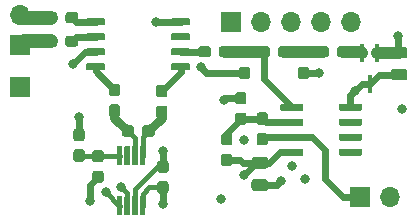
<source format=gbr>
G04 #@! TF.GenerationSoftware,KiCad,Pcbnew,(5.1.5)-3*
G04 #@! TF.CreationDate,2020-02-18T08:36:51+11:00*
G04 #@! TF.ProjectId,Heterodyne,48657465-726f-4647-996e-652e6b696361,rev?*
G04 #@! TF.SameCoordinates,Original*
G04 #@! TF.FileFunction,Copper,L1,Top*
G04 #@! TF.FilePolarity,Positive*
%FSLAX46Y46*%
G04 Gerber Fmt 4.6, Leading zero omitted, Abs format (unit mm)*
G04 Created by KiCad (PCBNEW (5.1.5)-3) date 2020-02-18 08:36:51*
%MOMM*%
%LPD*%
G04 APERTURE LIST*
%ADD10O,1.700000X1.700000*%
%ADD11R,1.700000X1.700000*%
%ADD12C,0.100000*%
%ADD13R,0.450000X1.500000*%
%ADD14C,0.800000*%
%ADD15C,0.600000*%
%ADD16C,0.400000*%
%ADD17C,0.800000*%
%ADD18C,1.200000*%
%ADD19C,1.000000*%
G04 APERTURE END LIST*
D10*
X133500000Y-49500000D03*
X130960000Y-49500000D03*
X128420000Y-49500000D03*
X125880000Y-49500000D03*
D11*
X123340000Y-49500000D03*
G04 #@! TA.AperFunction,SMDPad,CuDef*
D12*
G36*
X126435779Y-51526144D02*
G01*
X126458834Y-51529563D01*
X126481443Y-51535227D01*
X126503387Y-51543079D01*
X126524457Y-51553044D01*
X126544448Y-51565026D01*
X126563168Y-51578910D01*
X126580438Y-51594562D01*
X126596090Y-51611832D01*
X126609974Y-51630552D01*
X126621956Y-51650543D01*
X126631921Y-51671613D01*
X126639773Y-51693557D01*
X126645437Y-51716166D01*
X126648856Y-51739221D01*
X126650000Y-51762500D01*
X126650000Y-52237500D01*
X126648856Y-52260779D01*
X126645437Y-52283834D01*
X126639773Y-52306443D01*
X126631921Y-52328387D01*
X126621956Y-52349457D01*
X126609974Y-52369448D01*
X126596090Y-52388168D01*
X126580438Y-52405438D01*
X126563168Y-52421090D01*
X126544448Y-52434974D01*
X126524457Y-52446956D01*
X126503387Y-52456921D01*
X126481443Y-52464773D01*
X126458834Y-52470437D01*
X126435779Y-52473856D01*
X126412500Y-52475000D01*
X125837500Y-52475000D01*
X125814221Y-52473856D01*
X125791166Y-52470437D01*
X125768557Y-52464773D01*
X125746613Y-52456921D01*
X125725543Y-52446956D01*
X125705552Y-52434974D01*
X125686832Y-52421090D01*
X125669562Y-52405438D01*
X125653910Y-52388168D01*
X125640026Y-52369448D01*
X125628044Y-52349457D01*
X125618079Y-52328387D01*
X125610227Y-52306443D01*
X125604563Y-52283834D01*
X125601144Y-52260779D01*
X125600000Y-52237500D01*
X125600000Y-51762500D01*
X125601144Y-51739221D01*
X125604563Y-51716166D01*
X125610227Y-51693557D01*
X125618079Y-51671613D01*
X125628044Y-51650543D01*
X125640026Y-51630552D01*
X125653910Y-51611832D01*
X125669562Y-51594562D01*
X125686832Y-51578910D01*
X125705552Y-51565026D01*
X125725543Y-51553044D01*
X125746613Y-51543079D01*
X125768557Y-51535227D01*
X125791166Y-51529563D01*
X125814221Y-51526144D01*
X125837500Y-51525000D01*
X126412500Y-51525000D01*
X126435779Y-51526144D01*
G37*
G04 #@! TD.AperFunction*
G04 #@! TA.AperFunction,SMDPad,CuDef*
G36*
X128185779Y-51526144D02*
G01*
X128208834Y-51529563D01*
X128231443Y-51535227D01*
X128253387Y-51543079D01*
X128274457Y-51553044D01*
X128294448Y-51565026D01*
X128313168Y-51578910D01*
X128330438Y-51594562D01*
X128346090Y-51611832D01*
X128359974Y-51630552D01*
X128371956Y-51650543D01*
X128381921Y-51671613D01*
X128389773Y-51693557D01*
X128395437Y-51716166D01*
X128398856Y-51739221D01*
X128400000Y-51762500D01*
X128400000Y-52237500D01*
X128398856Y-52260779D01*
X128395437Y-52283834D01*
X128389773Y-52306443D01*
X128381921Y-52328387D01*
X128371956Y-52349457D01*
X128359974Y-52369448D01*
X128346090Y-52388168D01*
X128330438Y-52405438D01*
X128313168Y-52421090D01*
X128294448Y-52434974D01*
X128274457Y-52446956D01*
X128253387Y-52456921D01*
X128231443Y-52464773D01*
X128208834Y-52470437D01*
X128185779Y-52473856D01*
X128162500Y-52475000D01*
X127587500Y-52475000D01*
X127564221Y-52473856D01*
X127541166Y-52470437D01*
X127518557Y-52464773D01*
X127496613Y-52456921D01*
X127475543Y-52446956D01*
X127455552Y-52434974D01*
X127436832Y-52421090D01*
X127419562Y-52405438D01*
X127403910Y-52388168D01*
X127390026Y-52369448D01*
X127378044Y-52349457D01*
X127368079Y-52328387D01*
X127360227Y-52306443D01*
X127354563Y-52283834D01*
X127351144Y-52260779D01*
X127350000Y-52237500D01*
X127350000Y-51762500D01*
X127351144Y-51739221D01*
X127354563Y-51716166D01*
X127360227Y-51693557D01*
X127368079Y-51671613D01*
X127378044Y-51650543D01*
X127390026Y-51630552D01*
X127403910Y-51611832D01*
X127419562Y-51594562D01*
X127436832Y-51578910D01*
X127455552Y-51565026D01*
X127475543Y-51553044D01*
X127496613Y-51543079D01*
X127518557Y-51535227D01*
X127541166Y-51529563D01*
X127564221Y-51526144D01*
X127587500Y-51525000D01*
X128162500Y-51525000D01*
X128185779Y-51526144D01*
G37*
G04 #@! TD.AperFunction*
G04 #@! TA.AperFunction,SMDPad,CuDef*
G36*
X113760779Y-56451144D02*
G01*
X113783834Y-56454563D01*
X113806443Y-56460227D01*
X113828387Y-56468079D01*
X113849457Y-56478044D01*
X113869448Y-56490026D01*
X113888168Y-56503910D01*
X113905438Y-56519562D01*
X113921090Y-56536832D01*
X113934974Y-56555552D01*
X113946956Y-56575543D01*
X113956921Y-56596613D01*
X113964773Y-56618557D01*
X113970437Y-56641166D01*
X113973856Y-56664221D01*
X113975000Y-56687500D01*
X113975000Y-57262500D01*
X113973856Y-57285779D01*
X113970437Y-57308834D01*
X113964773Y-57331443D01*
X113956921Y-57353387D01*
X113946956Y-57374457D01*
X113934974Y-57394448D01*
X113921090Y-57413168D01*
X113905438Y-57430438D01*
X113888168Y-57446090D01*
X113869448Y-57459974D01*
X113849457Y-57471956D01*
X113828387Y-57481921D01*
X113806443Y-57489773D01*
X113783834Y-57495437D01*
X113760779Y-57498856D01*
X113737500Y-57500000D01*
X113262500Y-57500000D01*
X113239221Y-57498856D01*
X113216166Y-57495437D01*
X113193557Y-57489773D01*
X113171613Y-57481921D01*
X113150543Y-57471956D01*
X113130552Y-57459974D01*
X113111832Y-57446090D01*
X113094562Y-57430438D01*
X113078910Y-57413168D01*
X113065026Y-57394448D01*
X113053044Y-57374457D01*
X113043079Y-57353387D01*
X113035227Y-57331443D01*
X113029563Y-57308834D01*
X113026144Y-57285779D01*
X113025000Y-57262500D01*
X113025000Y-56687500D01*
X113026144Y-56664221D01*
X113029563Y-56641166D01*
X113035227Y-56618557D01*
X113043079Y-56596613D01*
X113053044Y-56575543D01*
X113065026Y-56555552D01*
X113078910Y-56536832D01*
X113094562Y-56519562D01*
X113111832Y-56503910D01*
X113130552Y-56490026D01*
X113150543Y-56478044D01*
X113171613Y-56468079D01*
X113193557Y-56460227D01*
X113216166Y-56454563D01*
X113239221Y-56451144D01*
X113262500Y-56450000D01*
X113737500Y-56450000D01*
X113760779Y-56451144D01*
G37*
G04 #@! TD.AperFunction*
G04 #@! TA.AperFunction,SMDPad,CuDef*
G36*
X113760779Y-54701144D02*
G01*
X113783834Y-54704563D01*
X113806443Y-54710227D01*
X113828387Y-54718079D01*
X113849457Y-54728044D01*
X113869448Y-54740026D01*
X113888168Y-54753910D01*
X113905438Y-54769562D01*
X113921090Y-54786832D01*
X113934974Y-54805552D01*
X113946956Y-54825543D01*
X113956921Y-54846613D01*
X113964773Y-54868557D01*
X113970437Y-54891166D01*
X113973856Y-54914221D01*
X113975000Y-54937500D01*
X113975000Y-55512500D01*
X113973856Y-55535779D01*
X113970437Y-55558834D01*
X113964773Y-55581443D01*
X113956921Y-55603387D01*
X113946956Y-55624457D01*
X113934974Y-55644448D01*
X113921090Y-55663168D01*
X113905438Y-55680438D01*
X113888168Y-55696090D01*
X113869448Y-55709974D01*
X113849457Y-55721956D01*
X113828387Y-55731921D01*
X113806443Y-55739773D01*
X113783834Y-55745437D01*
X113760779Y-55748856D01*
X113737500Y-55750000D01*
X113262500Y-55750000D01*
X113239221Y-55748856D01*
X113216166Y-55745437D01*
X113193557Y-55739773D01*
X113171613Y-55731921D01*
X113150543Y-55721956D01*
X113130552Y-55709974D01*
X113111832Y-55696090D01*
X113094562Y-55680438D01*
X113078910Y-55663168D01*
X113065026Y-55644448D01*
X113053044Y-55624457D01*
X113043079Y-55603387D01*
X113035227Y-55581443D01*
X113029563Y-55558834D01*
X113026144Y-55535779D01*
X113025000Y-55512500D01*
X113025000Y-54937500D01*
X113026144Y-54914221D01*
X113029563Y-54891166D01*
X113035227Y-54868557D01*
X113043079Y-54846613D01*
X113053044Y-54825543D01*
X113065026Y-54805552D01*
X113078910Y-54786832D01*
X113094562Y-54769562D01*
X113111832Y-54753910D01*
X113130552Y-54740026D01*
X113150543Y-54728044D01*
X113171613Y-54718079D01*
X113193557Y-54710227D01*
X113216166Y-54704563D01*
X113239221Y-54701144D01*
X113262500Y-54700000D01*
X113737500Y-54700000D01*
X113760779Y-54701144D01*
G37*
G04 #@! TD.AperFunction*
G04 #@! TA.AperFunction,SMDPad,CuDef*
G36*
X117760779Y-56551144D02*
G01*
X117783834Y-56554563D01*
X117806443Y-56560227D01*
X117828387Y-56568079D01*
X117849457Y-56578044D01*
X117869448Y-56590026D01*
X117888168Y-56603910D01*
X117905438Y-56619562D01*
X117921090Y-56636832D01*
X117934974Y-56655552D01*
X117946956Y-56675543D01*
X117956921Y-56696613D01*
X117964773Y-56718557D01*
X117970437Y-56741166D01*
X117973856Y-56764221D01*
X117975000Y-56787500D01*
X117975000Y-57362500D01*
X117973856Y-57385779D01*
X117970437Y-57408834D01*
X117964773Y-57431443D01*
X117956921Y-57453387D01*
X117946956Y-57474457D01*
X117934974Y-57494448D01*
X117921090Y-57513168D01*
X117905438Y-57530438D01*
X117888168Y-57546090D01*
X117869448Y-57559974D01*
X117849457Y-57571956D01*
X117828387Y-57581921D01*
X117806443Y-57589773D01*
X117783834Y-57595437D01*
X117760779Y-57598856D01*
X117737500Y-57600000D01*
X117262500Y-57600000D01*
X117239221Y-57598856D01*
X117216166Y-57595437D01*
X117193557Y-57589773D01*
X117171613Y-57581921D01*
X117150543Y-57571956D01*
X117130552Y-57559974D01*
X117111832Y-57546090D01*
X117094562Y-57530438D01*
X117078910Y-57513168D01*
X117065026Y-57494448D01*
X117053044Y-57474457D01*
X117043079Y-57453387D01*
X117035227Y-57431443D01*
X117029563Y-57408834D01*
X117026144Y-57385779D01*
X117025000Y-57362500D01*
X117025000Y-56787500D01*
X117026144Y-56764221D01*
X117029563Y-56741166D01*
X117035227Y-56718557D01*
X117043079Y-56696613D01*
X117053044Y-56675543D01*
X117065026Y-56655552D01*
X117078910Y-56636832D01*
X117094562Y-56619562D01*
X117111832Y-56603910D01*
X117130552Y-56590026D01*
X117150543Y-56578044D01*
X117171613Y-56568079D01*
X117193557Y-56560227D01*
X117216166Y-56554563D01*
X117239221Y-56551144D01*
X117262500Y-56550000D01*
X117737500Y-56550000D01*
X117760779Y-56551144D01*
G37*
G04 #@! TD.AperFunction*
G04 #@! TA.AperFunction,SMDPad,CuDef*
G36*
X117760779Y-54801144D02*
G01*
X117783834Y-54804563D01*
X117806443Y-54810227D01*
X117828387Y-54818079D01*
X117849457Y-54828044D01*
X117869448Y-54840026D01*
X117888168Y-54853910D01*
X117905438Y-54869562D01*
X117921090Y-54886832D01*
X117934974Y-54905552D01*
X117946956Y-54925543D01*
X117956921Y-54946613D01*
X117964773Y-54968557D01*
X117970437Y-54991166D01*
X117973856Y-55014221D01*
X117975000Y-55037500D01*
X117975000Y-55612500D01*
X117973856Y-55635779D01*
X117970437Y-55658834D01*
X117964773Y-55681443D01*
X117956921Y-55703387D01*
X117946956Y-55724457D01*
X117934974Y-55744448D01*
X117921090Y-55763168D01*
X117905438Y-55780438D01*
X117888168Y-55796090D01*
X117869448Y-55809974D01*
X117849457Y-55821956D01*
X117828387Y-55831921D01*
X117806443Y-55839773D01*
X117783834Y-55845437D01*
X117760779Y-55848856D01*
X117737500Y-55850000D01*
X117262500Y-55850000D01*
X117239221Y-55848856D01*
X117216166Y-55845437D01*
X117193557Y-55839773D01*
X117171613Y-55831921D01*
X117150543Y-55821956D01*
X117130552Y-55809974D01*
X117111832Y-55796090D01*
X117094562Y-55780438D01*
X117078910Y-55763168D01*
X117065026Y-55744448D01*
X117053044Y-55724457D01*
X117043079Y-55703387D01*
X117035227Y-55681443D01*
X117029563Y-55658834D01*
X117026144Y-55635779D01*
X117025000Y-55612500D01*
X117025000Y-55037500D01*
X117026144Y-55014221D01*
X117029563Y-54991166D01*
X117035227Y-54968557D01*
X117043079Y-54946613D01*
X117053044Y-54925543D01*
X117065026Y-54905552D01*
X117078910Y-54886832D01*
X117094562Y-54869562D01*
X117111832Y-54853910D01*
X117130552Y-54840026D01*
X117150543Y-54828044D01*
X117171613Y-54818079D01*
X117193557Y-54810227D01*
X117216166Y-54804563D01*
X117239221Y-54801144D01*
X117262500Y-54800000D01*
X117737500Y-54800000D01*
X117760779Y-54801144D01*
G37*
G04 #@! TD.AperFunction*
G04 #@! TA.AperFunction,SMDPad,CuDef*
G36*
X110760779Y-58501144D02*
G01*
X110783834Y-58504563D01*
X110806443Y-58510227D01*
X110828387Y-58518079D01*
X110849457Y-58528044D01*
X110869448Y-58540026D01*
X110888168Y-58553910D01*
X110905438Y-58569562D01*
X110921090Y-58586832D01*
X110934974Y-58605552D01*
X110946956Y-58625543D01*
X110956921Y-58646613D01*
X110964773Y-58668557D01*
X110970437Y-58691166D01*
X110973856Y-58714221D01*
X110975000Y-58737500D01*
X110975000Y-59312500D01*
X110973856Y-59335779D01*
X110970437Y-59358834D01*
X110964773Y-59381443D01*
X110956921Y-59403387D01*
X110946956Y-59424457D01*
X110934974Y-59444448D01*
X110921090Y-59463168D01*
X110905438Y-59480438D01*
X110888168Y-59496090D01*
X110869448Y-59509974D01*
X110849457Y-59521956D01*
X110828387Y-59531921D01*
X110806443Y-59539773D01*
X110783834Y-59545437D01*
X110760779Y-59548856D01*
X110737500Y-59550000D01*
X110262500Y-59550000D01*
X110239221Y-59548856D01*
X110216166Y-59545437D01*
X110193557Y-59539773D01*
X110171613Y-59531921D01*
X110150543Y-59521956D01*
X110130552Y-59509974D01*
X110111832Y-59496090D01*
X110094562Y-59480438D01*
X110078910Y-59463168D01*
X110065026Y-59444448D01*
X110053044Y-59424457D01*
X110043079Y-59403387D01*
X110035227Y-59381443D01*
X110029563Y-59358834D01*
X110026144Y-59335779D01*
X110025000Y-59312500D01*
X110025000Y-58737500D01*
X110026144Y-58714221D01*
X110029563Y-58691166D01*
X110035227Y-58668557D01*
X110043079Y-58646613D01*
X110053044Y-58625543D01*
X110065026Y-58605552D01*
X110078910Y-58586832D01*
X110094562Y-58569562D01*
X110111832Y-58553910D01*
X110130552Y-58540026D01*
X110150543Y-58528044D01*
X110171613Y-58518079D01*
X110193557Y-58510227D01*
X110216166Y-58504563D01*
X110239221Y-58501144D01*
X110262500Y-58500000D01*
X110737500Y-58500000D01*
X110760779Y-58501144D01*
G37*
G04 #@! TD.AperFunction*
G04 #@! TA.AperFunction,SMDPad,CuDef*
G36*
X110760779Y-60251144D02*
G01*
X110783834Y-60254563D01*
X110806443Y-60260227D01*
X110828387Y-60268079D01*
X110849457Y-60278044D01*
X110869448Y-60290026D01*
X110888168Y-60303910D01*
X110905438Y-60319562D01*
X110921090Y-60336832D01*
X110934974Y-60355552D01*
X110946956Y-60375543D01*
X110956921Y-60396613D01*
X110964773Y-60418557D01*
X110970437Y-60441166D01*
X110973856Y-60464221D01*
X110975000Y-60487500D01*
X110975000Y-61062500D01*
X110973856Y-61085779D01*
X110970437Y-61108834D01*
X110964773Y-61131443D01*
X110956921Y-61153387D01*
X110946956Y-61174457D01*
X110934974Y-61194448D01*
X110921090Y-61213168D01*
X110905438Y-61230438D01*
X110888168Y-61246090D01*
X110869448Y-61259974D01*
X110849457Y-61271956D01*
X110828387Y-61281921D01*
X110806443Y-61289773D01*
X110783834Y-61295437D01*
X110760779Y-61298856D01*
X110737500Y-61300000D01*
X110262500Y-61300000D01*
X110239221Y-61298856D01*
X110216166Y-61295437D01*
X110193557Y-61289773D01*
X110171613Y-61281921D01*
X110150543Y-61271956D01*
X110130552Y-61259974D01*
X110111832Y-61246090D01*
X110094562Y-61230438D01*
X110078910Y-61213168D01*
X110065026Y-61194448D01*
X110053044Y-61174457D01*
X110043079Y-61153387D01*
X110035227Y-61131443D01*
X110029563Y-61108834D01*
X110026144Y-61085779D01*
X110025000Y-61062500D01*
X110025000Y-60487500D01*
X110026144Y-60464221D01*
X110029563Y-60441166D01*
X110035227Y-60418557D01*
X110043079Y-60396613D01*
X110053044Y-60375543D01*
X110065026Y-60355552D01*
X110078910Y-60336832D01*
X110094562Y-60319562D01*
X110111832Y-60303910D01*
X110130552Y-60290026D01*
X110150543Y-60278044D01*
X110171613Y-60268079D01*
X110193557Y-60260227D01*
X110216166Y-60254563D01*
X110239221Y-60251144D01*
X110262500Y-60250000D01*
X110737500Y-60250000D01*
X110760779Y-60251144D01*
G37*
G04 #@! TD.AperFunction*
G04 #@! TA.AperFunction,SMDPad,CuDef*
G36*
X112360779Y-60301144D02*
G01*
X112383834Y-60304563D01*
X112406443Y-60310227D01*
X112428387Y-60318079D01*
X112449457Y-60328044D01*
X112469448Y-60340026D01*
X112488168Y-60353910D01*
X112505438Y-60369562D01*
X112521090Y-60386832D01*
X112534974Y-60405552D01*
X112546956Y-60425543D01*
X112556921Y-60446613D01*
X112564773Y-60468557D01*
X112570437Y-60491166D01*
X112573856Y-60514221D01*
X112575000Y-60537500D01*
X112575000Y-61112500D01*
X112573856Y-61135779D01*
X112570437Y-61158834D01*
X112564773Y-61181443D01*
X112556921Y-61203387D01*
X112546956Y-61224457D01*
X112534974Y-61244448D01*
X112521090Y-61263168D01*
X112505438Y-61280438D01*
X112488168Y-61296090D01*
X112469448Y-61309974D01*
X112449457Y-61321956D01*
X112428387Y-61331921D01*
X112406443Y-61339773D01*
X112383834Y-61345437D01*
X112360779Y-61348856D01*
X112337500Y-61350000D01*
X111862500Y-61350000D01*
X111839221Y-61348856D01*
X111816166Y-61345437D01*
X111793557Y-61339773D01*
X111771613Y-61331921D01*
X111750543Y-61321956D01*
X111730552Y-61309974D01*
X111711832Y-61296090D01*
X111694562Y-61280438D01*
X111678910Y-61263168D01*
X111665026Y-61244448D01*
X111653044Y-61224457D01*
X111643079Y-61203387D01*
X111635227Y-61181443D01*
X111629563Y-61158834D01*
X111626144Y-61135779D01*
X111625000Y-61112500D01*
X111625000Y-60537500D01*
X111626144Y-60514221D01*
X111629563Y-60491166D01*
X111635227Y-60468557D01*
X111643079Y-60446613D01*
X111653044Y-60425543D01*
X111665026Y-60405552D01*
X111678910Y-60386832D01*
X111694562Y-60369562D01*
X111711832Y-60353910D01*
X111730552Y-60340026D01*
X111750543Y-60328044D01*
X111771613Y-60318079D01*
X111793557Y-60310227D01*
X111816166Y-60304563D01*
X111839221Y-60301144D01*
X111862500Y-60300000D01*
X112337500Y-60300000D01*
X112360779Y-60301144D01*
G37*
G04 #@! TD.AperFunction*
G04 #@! TA.AperFunction,SMDPad,CuDef*
G36*
X112360779Y-62051144D02*
G01*
X112383834Y-62054563D01*
X112406443Y-62060227D01*
X112428387Y-62068079D01*
X112449457Y-62078044D01*
X112469448Y-62090026D01*
X112488168Y-62103910D01*
X112505438Y-62119562D01*
X112521090Y-62136832D01*
X112534974Y-62155552D01*
X112546956Y-62175543D01*
X112556921Y-62196613D01*
X112564773Y-62218557D01*
X112570437Y-62241166D01*
X112573856Y-62264221D01*
X112575000Y-62287500D01*
X112575000Y-62862500D01*
X112573856Y-62885779D01*
X112570437Y-62908834D01*
X112564773Y-62931443D01*
X112556921Y-62953387D01*
X112546956Y-62974457D01*
X112534974Y-62994448D01*
X112521090Y-63013168D01*
X112505438Y-63030438D01*
X112488168Y-63046090D01*
X112469448Y-63059974D01*
X112449457Y-63071956D01*
X112428387Y-63081921D01*
X112406443Y-63089773D01*
X112383834Y-63095437D01*
X112360779Y-63098856D01*
X112337500Y-63100000D01*
X111862500Y-63100000D01*
X111839221Y-63098856D01*
X111816166Y-63095437D01*
X111793557Y-63089773D01*
X111771613Y-63081921D01*
X111750543Y-63071956D01*
X111730552Y-63059974D01*
X111711832Y-63046090D01*
X111694562Y-63030438D01*
X111678910Y-63013168D01*
X111665026Y-62994448D01*
X111653044Y-62974457D01*
X111643079Y-62953387D01*
X111635227Y-62931443D01*
X111629563Y-62908834D01*
X111626144Y-62885779D01*
X111625000Y-62862500D01*
X111625000Y-62287500D01*
X111626144Y-62264221D01*
X111629563Y-62241166D01*
X111635227Y-62218557D01*
X111643079Y-62196613D01*
X111653044Y-62175543D01*
X111665026Y-62155552D01*
X111678910Y-62136832D01*
X111694562Y-62119562D01*
X111711832Y-62103910D01*
X111730552Y-62090026D01*
X111750543Y-62078044D01*
X111771613Y-62068079D01*
X111793557Y-62060227D01*
X111816166Y-62054563D01*
X111839221Y-62051144D01*
X111862500Y-62050000D01*
X112337500Y-62050000D01*
X112360779Y-62051144D01*
G37*
G04 #@! TD.AperFunction*
G04 #@! TA.AperFunction,SMDPad,CuDef*
G36*
X126260779Y-58876144D02*
G01*
X126283834Y-58879563D01*
X126306443Y-58885227D01*
X126328387Y-58893079D01*
X126349457Y-58903044D01*
X126369448Y-58915026D01*
X126388168Y-58928910D01*
X126405438Y-58944562D01*
X126421090Y-58961832D01*
X126434974Y-58980552D01*
X126446956Y-59000543D01*
X126456921Y-59021613D01*
X126464773Y-59043557D01*
X126470437Y-59066166D01*
X126473856Y-59089221D01*
X126475000Y-59112500D01*
X126475000Y-59687500D01*
X126473856Y-59710779D01*
X126470437Y-59733834D01*
X126464773Y-59756443D01*
X126456921Y-59778387D01*
X126446956Y-59799457D01*
X126434974Y-59819448D01*
X126421090Y-59838168D01*
X126405438Y-59855438D01*
X126388168Y-59871090D01*
X126369448Y-59884974D01*
X126349457Y-59896956D01*
X126328387Y-59906921D01*
X126306443Y-59914773D01*
X126283834Y-59920437D01*
X126260779Y-59923856D01*
X126237500Y-59925000D01*
X125762500Y-59925000D01*
X125739221Y-59923856D01*
X125716166Y-59920437D01*
X125693557Y-59914773D01*
X125671613Y-59906921D01*
X125650543Y-59896956D01*
X125630552Y-59884974D01*
X125611832Y-59871090D01*
X125594562Y-59855438D01*
X125578910Y-59838168D01*
X125565026Y-59819448D01*
X125553044Y-59799457D01*
X125543079Y-59778387D01*
X125535227Y-59756443D01*
X125529563Y-59733834D01*
X125526144Y-59710779D01*
X125525000Y-59687500D01*
X125525000Y-59112500D01*
X125526144Y-59089221D01*
X125529563Y-59066166D01*
X125535227Y-59043557D01*
X125543079Y-59021613D01*
X125553044Y-59000543D01*
X125565026Y-58980552D01*
X125578910Y-58961832D01*
X125594562Y-58944562D01*
X125611832Y-58928910D01*
X125630552Y-58915026D01*
X125650543Y-58903044D01*
X125671613Y-58893079D01*
X125693557Y-58885227D01*
X125716166Y-58879563D01*
X125739221Y-58876144D01*
X125762500Y-58875000D01*
X126237500Y-58875000D01*
X126260779Y-58876144D01*
G37*
G04 #@! TD.AperFunction*
G04 #@! TA.AperFunction,SMDPad,CuDef*
G36*
X126260779Y-57126144D02*
G01*
X126283834Y-57129563D01*
X126306443Y-57135227D01*
X126328387Y-57143079D01*
X126349457Y-57153044D01*
X126369448Y-57165026D01*
X126388168Y-57178910D01*
X126405438Y-57194562D01*
X126421090Y-57211832D01*
X126434974Y-57230552D01*
X126446956Y-57250543D01*
X126456921Y-57271613D01*
X126464773Y-57293557D01*
X126470437Y-57316166D01*
X126473856Y-57339221D01*
X126475000Y-57362500D01*
X126475000Y-57937500D01*
X126473856Y-57960779D01*
X126470437Y-57983834D01*
X126464773Y-58006443D01*
X126456921Y-58028387D01*
X126446956Y-58049457D01*
X126434974Y-58069448D01*
X126421090Y-58088168D01*
X126405438Y-58105438D01*
X126388168Y-58121090D01*
X126369448Y-58134974D01*
X126349457Y-58146956D01*
X126328387Y-58156921D01*
X126306443Y-58164773D01*
X126283834Y-58170437D01*
X126260779Y-58173856D01*
X126237500Y-58175000D01*
X125762500Y-58175000D01*
X125739221Y-58173856D01*
X125716166Y-58170437D01*
X125693557Y-58164773D01*
X125671613Y-58156921D01*
X125650543Y-58146956D01*
X125630552Y-58134974D01*
X125611832Y-58121090D01*
X125594562Y-58105438D01*
X125578910Y-58088168D01*
X125565026Y-58069448D01*
X125553044Y-58049457D01*
X125543079Y-58028387D01*
X125535227Y-58006443D01*
X125529563Y-57983834D01*
X125526144Y-57960779D01*
X125525000Y-57937500D01*
X125525000Y-57362500D01*
X125526144Y-57339221D01*
X125529563Y-57316166D01*
X125535227Y-57293557D01*
X125543079Y-57271613D01*
X125553044Y-57250543D01*
X125565026Y-57230552D01*
X125578910Y-57211832D01*
X125594562Y-57194562D01*
X125611832Y-57178910D01*
X125630552Y-57165026D01*
X125650543Y-57153044D01*
X125671613Y-57143079D01*
X125693557Y-57135227D01*
X125716166Y-57129563D01*
X125739221Y-57126144D01*
X125762500Y-57125000D01*
X126237500Y-57125000D01*
X126260779Y-57126144D01*
G37*
G04 #@! TD.AperFunction*
G04 #@! TA.AperFunction,SMDPad,CuDef*
G36*
X124460779Y-57151144D02*
G01*
X124483834Y-57154563D01*
X124506443Y-57160227D01*
X124528387Y-57168079D01*
X124549457Y-57178044D01*
X124569448Y-57190026D01*
X124588168Y-57203910D01*
X124605438Y-57219562D01*
X124621090Y-57236832D01*
X124634974Y-57255552D01*
X124646956Y-57275543D01*
X124656921Y-57296613D01*
X124664773Y-57318557D01*
X124670437Y-57341166D01*
X124673856Y-57364221D01*
X124675000Y-57387500D01*
X124675000Y-57962500D01*
X124673856Y-57985779D01*
X124670437Y-58008834D01*
X124664773Y-58031443D01*
X124656921Y-58053387D01*
X124646956Y-58074457D01*
X124634974Y-58094448D01*
X124621090Y-58113168D01*
X124605438Y-58130438D01*
X124588168Y-58146090D01*
X124569448Y-58159974D01*
X124549457Y-58171956D01*
X124528387Y-58181921D01*
X124506443Y-58189773D01*
X124483834Y-58195437D01*
X124460779Y-58198856D01*
X124437500Y-58200000D01*
X123962500Y-58200000D01*
X123939221Y-58198856D01*
X123916166Y-58195437D01*
X123893557Y-58189773D01*
X123871613Y-58181921D01*
X123850543Y-58171956D01*
X123830552Y-58159974D01*
X123811832Y-58146090D01*
X123794562Y-58130438D01*
X123778910Y-58113168D01*
X123765026Y-58094448D01*
X123753044Y-58074457D01*
X123743079Y-58053387D01*
X123735227Y-58031443D01*
X123729563Y-58008834D01*
X123726144Y-57985779D01*
X123725000Y-57962500D01*
X123725000Y-57387500D01*
X123726144Y-57364221D01*
X123729563Y-57341166D01*
X123735227Y-57318557D01*
X123743079Y-57296613D01*
X123753044Y-57275543D01*
X123765026Y-57255552D01*
X123778910Y-57236832D01*
X123794562Y-57219562D01*
X123811832Y-57203910D01*
X123830552Y-57190026D01*
X123850543Y-57178044D01*
X123871613Y-57168079D01*
X123893557Y-57160227D01*
X123916166Y-57154563D01*
X123939221Y-57151144D01*
X123962500Y-57150000D01*
X124437500Y-57150000D01*
X124460779Y-57151144D01*
G37*
G04 #@! TD.AperFunction*
G04 #@! TA.AperFunction,SMDPad,CuDef*
G36*
X124460779Y-55401144D02*
G01*
X124483834Y-55404563D01*
X124506443Y-55410227D01*
X124528387Y-55418079D01*
X124549457Y-55428044D01*
X124569448Y-55440026D01*
X124588168Y-55453910D01*
X124605438Y-55469562D01*
X124621090Y-55486832D01*
X124634974Y-55505552D01*
X124646956Y-55525543D01*
X124656921Y-55546613D01*
X124664773Y-55568557D01*
X124670437Y-55591166D01*
X124673856Y-55614221D01*
X124675000Y-55637500D01*
X124675000Y-56212500D01*
X124673856Y-56235779D01*
X124670437Y-56258834D01*
X124664773Y-56281443D01*
X124656921Y-56303387D01*
X124646956Y-56324457D01*
X124634974Y-56344448D01*
X124621090Y-56363168D01*
X124605438Y-56380438D01*
X124588168Y-56396090D01*
X124569448Y-56409974D01*
X124549457Y-56421956D01*
X124528387Y-56431921D01*
X124506443Y-56439773D01*
X124483834Y-56445437D01*
X124460779Y-56448856D01*
X124437500Y-56450000D01*
X123962500Y-56450000D01*
X123939221Y-56448856D01*
X123916166Y-56445437D01*
X123893557Y-56439773D01*
X123871613Y-56431921D01*
X123850543Y-56421956D01*
X123830552Y-56409974D01*
X123811832Y-56396090D01*
X123794562Y-56380438D01*
X123778910Y-56363168D01*
X123765026Y-56344448D01*
X123753044Y-56324457D01*
X123743079Y-56303387D01*
X123735227Y-56281443D01*
X123729563Y-56258834D01*
X123726144Y-56235779D01*
X123725000Y-56212500D01*
X123725000Y-55637500D01*
X123726144Y-55614221D01*
X123729563Y-55591166D01*
X123735227Y-55568557D01*
X123743079Y-55546613D01*
X123753044Y-55525543D01*
X123765026Y-55505552D01*
X123778910Y-55486832D01*
X123794562Y-55469562D01*
X123811832Y-55453910D01*
X123830552Y-55440026D01*
X123850543Y-55428044D01*
X123871613Y-55418079D01*
X123893557Y-55410227D01*
X123916166Y-55404563D01*
X123939221Y-55401144D01*
X123962500Y-55400000D01*
X124437500Y-55400000D01*
X124460779Y-55401144D01*
G37*
G04 #@! TD.AperFunction*
G04 #@! TA.AperFunction,SMDPad,CuDef*
G36*
X131435779Y-51526144D02*
G01*
X131458834Y-51529563D01*
X131481443Y-51535227D01*
X131503387Y-51543079D01*
X131524457Y-51553044D01*
X131544448Y-51565026D01*
X131563168Y-51578910D01*
X131580438Y-51594562D01*
X131596090Y-51611832D01*
X131609974Y-51630552D01*
X131621956Y-51650543D01*
X131631921Y-51671613D01*
X131639773Y-51693557D01*
X131645437Y-51716166D01*
X131648856Y-51739221D01*
X131650000Y-51762500D01*
X131650000Y-52237500D01*
X131648856Y-52260779D01*
X131645437Y-52283834D01*
X131639773Y-52306443D01*
X131631921Y-52328387D01*
X131621956Y-52349457D01*
X131609974Y-52369448D01*
X131596090Y-52388168D01*
X131580438Y-52405438D01*
X131563168Y-52421090D01*
X131544448Y-52434974D01*
X131524457Y-52446956D01*
X131503387Y-52456921D01*
X131481443Y-52464773D01*
X131458834Y-52470437D01*
X131435779Y-52473856D01*
X131412500Y-52475000D01*
X130837500Y-52475000D01*
X130814221Y-52473856D01*
X130791166Y-52470437D01*
X130768557Y-52464773D01*
X130746613Y-52456921D01*
X130725543Y-52446956D01*
X130705552Y-52434974D01*
X130686832Y-52421090D01*
X130669562Y-52405438D01*
X130653910Y-52388168D01*
X130640026Y-52369448D01*
X130628044Y-52349457D01*
X130618079Y-52328387D01*
X130610227Y-52306443D01*
X130604563Y-52283834D01*
X130601144Y-52260779D01*
X130600000Y-52237500D01*
X130600000Y-51762500D01*
X130601144Y-51739221D01*
X130604563Y-51716166D01*
X130610227Y-51693557D01*
X130618079Y-51671613D01*
X130628044Y-51650543D01*
X130640026Y-51630552D01*
X130653910Y-51611832D01*
X130669562Y-51594562D01*
X130686832Y-51578910D01*
X130705552Y-51565026D01*
X130725543Y-51553044D01*
X130746613Y-51543079D01*
X130768557Y-51535227D01*
X130791166Y-51529563D01*
X130814221Y-51526144D01*
X130837500Y-51525000D01*
X131412500Y-51525000D01*
X131435779Y-51526144D01*
G37*
G04 #@! TD.AperFunction*
G04 #@! TA.AperFunction,SMDPad,CuDef*
G36*
X133185779Y-51526144D02*
G01*
X133208834Y-51529563D01*
X133231443Y-51535227D01*
X133253387Y-51543079D01*
X133274457Y-51553044D01*
X133294448Y-51565026D01*
X133313168Y-51578910D01*
X133330438Y-51594562D01*
X133346090Y-51611832D01*
X133359974Y-51630552D01*
X133371956Y-51650543D01*
X133381921Y-51671613D01*
X133389773Y-51693557D01*
X133395437Y-51716166D01*
X133398856Y-51739221D01*
X133400000Y-51762500D01*
X133400000Y-52237500D01*
X133398856Y-52260779D01*
X133395437Y-52283834D01*
X133389773Y-52306443D01*
X133381921Y-52328387D01*
X133371956Y-52349457D01*
X133359974Y-52369448D01*
X133346090Y-52388168D01*
X133330438Y-52405438D01*
X133313168Y-52421090D01*
X133294448Y-52434974D01*
X133274457Y-52446956D01*
X133253387Y-52456921D01*
X133231443Y-52464773D01*
X133208834Y-52470437D01*
X133185779Y-52473856D01*
X133162500Y-52475000D01*
X132587500Y-52475000D01*
X132564221Y-52473856D01*
X132541166Y-52470437D01*
X132518557Y-52464773D01*
X132496613Y-52456921D01*
X132475543Y-52446956D01*
X132455552Y-52434974D01*
X132436832Y-52421090D01*
X132419562Y-52405438D01*
X132403910Y-52388168D01*
X132390026Y-52369448D01*
X132378044Y-52349457D01*
X132368079Y-52328387D01*
X132360227Y-52306443D01*
X132354563Y-52283834D01*
X132351144Y-52260779D01*
X132350000Y-52237500D01*
X132350000Y-51762500D01*
X132351144Y-51739221D01*
X132354563Y-51716166D01*
X132360227Y-51693557D01*
X132368079Y-51671613D01*
X132378044Y-51650543D01*
X132390026Y-51630552D01*
X132403910Y-51611832D01*
X132419562Y-51594562D01*
X132436832Y-51578910D01*
X132455552Y-51565026D01*
X132475543Y-51553044D01*
X132496613Y-51543079D01*
X132518557Y-51535227D01*
X132541166Y-51529563D01*
X132564221Y-51526144D01*
X132587500Y-51525000D01*
X133162500Y-51525000D01*
X133185779Y-51526144D01*
G37*
G04 #@! TD.AperFunction*
G04 #@! TA.AperFunction,SMDPad,CuDef*
G36*
X123260779Y-58876144D02*
G01*
X123283834Y-58879563D01*
X123306443Y-58885227D01*
X123328387Y-58893079D01*
X123349457Y-58903044D01*
X123369448Y-58915026D01*
X123388168Y-58928910D01*
X123405438Y-58944562D01*
X123421090Y-58961832D01*
X123434974Y-58980552D01*
X123446956Y-59000543D01*
X123456921Y-59021613D01*
X123464773Y-59043557D01*
X123470437Y-59066166D01*
X123473856Y-59089221D01*
X123475000Y-59112500D01*
X123475000Y-59687500D01*
X123473856Y-59710779D01*
X123470437Y-59733834D01*
X123464773Y-59756443D01*
X123456921Y-59778387D01*
X123446956Y-59799457D01*
X123434974Y-59819448D01*
X123421090Y-59838168D01*
X123405438Y-59855438D01*
X123388168Y-59871090D01*
X123369448Y-59884974D01*
X123349457Y-59896956D01*
X123328387Y-59906921D01*
X123306443Y-59914773D01*
X123283834Y-59920437D01*
X123260779Y-59923856D01*
X123237500Y-59925000D01*
X122762500Y-59925000D01*
X122739221Y-59923856D01*
X122716166Y-59920437D01*
X122693557Y-59914773D01*
X122671613Y-59906921D01*
X122650543Y-59896956D01*
X122630552Y-59884974D01*
X122611832Y-59871090D01*
X122594562Y-59855438D01*
X122578910Y-59838168D01*
X122565026Y-59819448D01*
X122553044Y-59799457D01*
X122543079Y-59778387D01*
X122535227Y-59756443D01*
X122529563Y-59733834D01*
X122526144Y-59710779D01*
X122525000Y-59687500D01*
X122525000Y-59112500D01*
X122526144Y-59089221D01*
X122529563Y-59066166D01*
X122535227Y-59043557D01*
X122543079Y-59021613D01*
X122553044Y-59000543D01*
X122565026Y-58980552D01*
X122578910Y-58961832D01*
X122594562Y-58944562D01*
X122611832Y-58928910D01*
X122630552Y-58915026D01*
X122650543Y-58903044D01*
X122671613Y-58893079D01*
X122693557Y-58885227D01*
X122716166Y-58879563D01*
X122739221Y-58876144D01*
X122762500Y-58875000D01*
X123237500Y-58875000D01*
X123260779Y-58876144D01*
G37*
G04 #@! TD.AperFunction*
G04 #@! TA.AperFunction,SMDPad,CuDef*
G36*
X123260779Y-60626144D02*
G01*
X123283834Y-60629563D01*
X123306443Y-60635227D01*
X123328387Y-60643079D01*
X123349457Y-60653044D01*
X123369448Y-60665026D01*
X123388168Y-60678910D01*
X123405438Y-60694562D01*
X123421090Y-60711832D01*
X123434974Y-60730552D01*
X123446956Y-60750543D01*
X123456921Y-60771613D01*
X123464773Y-60793557D01*
X123470437Y-60816166D01*
X123473856Y-60839221D01*
X123475000Y-60862500D01*
X123475000Y-61437500D01*
X123473856Y-61460779D01*
X123470437Y-61483834D01*
X123464773Y-61506443D01*
X123456921Y-61528387D01*
X123446956Y-61549457D01*
X123434974Y-61569448D01*
X123421090Y-61588168D01*
X123405438Y-61605438D01*
X123388168Y-61621090D01*
X123369448Y-61634974D01*
X123349457Y-61646956D01*
X123328387Y-61656921D01*
X123306443Y-61664773D01*
X123283834Y-61670437D01*
X123260779Y-61673856D01*
X123237500Y-61675000D01*
X122762500Y-61675000D01*
X122739221Y-61673856D01*
X122716166Y-61670437D01*
X122693557Y-61664773D01*
X122671613Y-61656921D01*
X122650543Y-61646956D01*
X122630552Y-61634974D01*
X122611832Y-61621090D01*
X122594562Y-61605438D01*
X122578910Y-61588168D01*
X122565026Y-61569448D01*
X122553044Y-61549457D01*
X122543079Y-61528387D01*
X122535227Y-61506443D01*
X122529563Y-61483834D01*
X122526144Y-61460779D01*
X122525000Y-61437500D01*
X122525000Y-60862500D01*
X122526144Y-60839221D01*
X122529563Y-60816166D01*
X122535227Y-60793557D01*
X122543079Y-60771613D01*
X122553044Y-60750543D01*
X122565026Y-60730552D01*
X122578910Y-60711832D01*
X122594562Y-60694562D01*
X122611832Y-60678910D01*
X122630552Y-60665026D01*
X122650543Y-60653044D01*
X122671613Y-60643079D01*
X122693557Y-60635227D01*
X122716166Y-60629563D01*
X122739221Y-60626144D01*
X122762500Y-60625000D01*
X123237500Y-60625000D01*
X123260779Y-60626144D01*
G37*
G04 #@! TD.AperFunction*
G04 #@! TA.AperFunction,SMDPad,CuDef*
G36*
X126280142Y-62788674D02*
G01*
X126303803Y-62792184D01*
X126327007Y-62797996D01*
X126349529Y-62806054D01*
X126371153Y-62816282D01*
X126391670Y-62828579D01*
X126410883Y-62842829D01*
X126428607Y-62858893D01*
X126444671Y-62876617D01*
X126458921Y-62895830D01*
X126471218Y-62916347D01*
X126481446Y-62937971D01*
X126489504Y-62960493D01*
X126495316Y-62983697D01*
X126498826Y-63007358D01*
X126500000Y-63031250D01*
X126500000Y-63518750D01*
X126498826Y-63542642D01*
X126495316Y-63566303D01*
X126489504Y-63589507D01*
X126481446Y-63612029D01*
X126471218Y-63633653D01*
X126458921Y-63654170D01*
X126444671Y-63673383D01*
X126428607Y-63691107D01*
X126410883Y-63707171D01*
X126391670Y-63721421D01*
X126371153Y-63733718D01*
X126349529Y-63743946D01*
X126327007Y-63752004D01*
X126303803Y-63757816D01*
X126280142Y-63761326D01*
X126256250Y-63762500D01*
X125343750Y-63762500D01*
X125319858Y-63761326D01*
X125296197Y-63757816D01*
X125272993Y-63752004D01*
X125250471Y-63743946D01*
X125228847Y-63733718D01*
X125208330Y-63721421D01*
X125189117Y-63707171D01*
X125171393Y-63691107D01*
X125155329Y-63673383D01*
X125141079Y-63654170D01*
X125128782Y-63633653D01*
X125118554Y-63612029D01*
X125110496Y-63589507D01*
X125104684Y-63566303D01*
X125101174Y-63542642D01*
X125100000Y-63518750D01*
X125100000Y-63031250D01*
X125101174Y-63007358D01*
X125104684Y-62983697D01*
X125110496Y-62960493D01*
X125118554Y-62937971D01*
X125128782Y-62916347D01*
X125141079Y-62895830D01*
X125155329Y-62876617D01*
X125171393Y-62858893D01*
X125189117Y-62842829D01*
X125208330Y-62828579D01*
X125228847Y-62816282D01*
X125250471Y-62806054D01*
X125272993Y-62797996D01*
X125296197Y-62792184D01*
X125319858Y-62788674D01*
X125343750Y-62787500D01*
X126256250Y-62787500D01*
X126280142Y-62788674D01*
G37*
G04 #@! TD.AperFunction*
G04 #@! TA.AperFunction,SMDPad,CuDef*
G36*
X126280142Y-60913674D02*
G01*
X126303803Y-60917184D01*
X126327007Y-60922996D01*
X126349529Y-60931054D01*
X126371153Y-60941282D01*
X126391670Y-60953579D01*
X126410883Y-60967829D01*
X126428607Y-60983893D01*
X126444671Y-61001617D01*
X126458921Y-61020830D01*
X126471218Y-61041347D01*
X126481446Y-61062971D01*
X126489504Y-61085493D01*
X126495316Y-61108697D01*
X126498826Y-61132358D01*
X126500000Y-61156250D01*
X126500000Y-61643750D01*
X126498826Y-61667642D01*
X126495316Y-61691303D01*
X126489504Y-61714507D01*
X126481446Y-61737029D01*
X126471218Y-61758653D01*
X126458921Y-61779170D01*
X126444671Y-61798383D01*
X126428607Y-61816107D01*
X126410883Y-61832171D01*
X126391670Y-61846421D01*
X126371153Y-61858718D01*
X126349529Y-61868946D01*
X126327007Y-61877004D01*
X126303803Y-61882816D01*
X126280142Y-61886326D01*
X126256250Y-61887500D01*
X125343750Y-61887500D01*
X125319858Y-61886326D01*
X125296197Y-61882816D01*
X125272993Y-61877004D01*
X125250471Y-61868946D01*
X125228847Y-61858718D01*
X125208330Y-61846421D01*
X125189117Y-61832171D01*
X125171393Y-61816107D01*
X125155329Y-61798383D01*
X125141079Y-61779170D01*
X125128782Y-61758653D01*
X125118554Y-61737029D01*
X125110496Y-61714507D01*
X125104684Y-61691303D01*
X125101174Y-61667642D01*
X125100000Y-61643750D01*
X125100000Y-61156250D01*
X125101174Y-61132358D01*
X125104684Y-61108697D01*
X125110496Y-61085493D01*
X125118554Y-61062971D01*
X125128782Y-61041347D01*
X125141079Y-61020830D01*
X125155329Y-61001617D01*
X125171393Y-60983893D01*
X125189117Y-60967829D01*
X125208330Y-60953579D01*
X125228847Y-60941282D01*
X125250471Y-60931054D01*
X125272993Y-60922996D01*
X125296197Y-60917184D01*
X125319858Y-60913674D01*
X125343750Y-60912500D01*
X126256250Y-60912500D01*
X126280142Y-60913674D01*
G37*
G04 #@! TD.AperFunction*
G04 #@! TA.AperFunction,SMDPad,CuDef*
G36*
X138080142Y-51576174D02*
G01*
X138103803Y-51579684D01*
X138127007Y-51585496D01*
X138149529Y-51593554D01*
X138171153Y-51603782D01*
X138191670Y-51616079D01*
X138210883Y-51630329D01*
X138228607Y-51646393D01*
X138244671Y-51664117D01*
X138258921Y-51683330D01*
X138271218Y-51703847D01*
X138281446Y-51725471D01*
X138289504Y-51747993D01*
X138295316Y-51771197D01*
X138298826Y-51794858D01*
X138300000Y-51818750D01*
X138300000Y-52306250D01*
X138298826Y-52330142D01*
X138295316Y-52353803D01*
X138289504Y-52377007D01*
X138281446Y-52399529D01*
X138271218Y-52421153D01*
X138258921Y-52441670D01*
X138244671Y-52460883D01*
X138228607Y-52478607D01*
X138210883Y-52494671D01*
X138191670Y-52508921D01*
X138171153Y-52521218D01*
X138149529Y-52531446D01*
X138127007Y-52539504D01*
X138103803Y-52545316D01*
X138080142Y-52548826D01*
X138056250Y-52550000D01*
X137143750Y-52550000D01*
X137119858Y-52548826D01*
X137096197Y-52545316D01*
X137072993Y-52539504D01*
X137050471Y-52531446D01*
X137028847Y-52521218D01*
X137008330Y-52508921D01*
X136989117Y-52494671D01*
X136971393Y-52478607D01*
X136955329Y-52460883D01*
X136941079Y-52441670D01*
X136928782Y-52421153D01*
X136918554Y-52399529D01*
X136910496Y-52377007D01*
X136904684Y-52353803D01*
X136901174Y-52330142D01*
X136900000Y-52306250D01*
X136900000Y-51818750D01*
X136901174Y-51794858D01*
X136904684Y-51771197D01*
X136910496Y-51747993D01*
X136918554Y-51725471D01*
X136928782Y-51703847D01*
X136941079Y-51683330D01*
X136955329Y-51664117D01*
X136971393Y-51646393D01*
X136989117Y-51630329D01*
X137008330Y-51616079D01*
X137028847Y-51603782D01*
X137050471Y-51593554D01*
X137072993Y-51585496D01*
X137096197Y-51579684D01*
X137119858Y-51576174D01*
X137143750Y-51575000D01*
X138056250Y-51575000D01*
X138080142Y-51576174D01*
G37*
G04 #@! TD.AperFunction*
G04 #@! TA.AperFunction,SMDPad,CuDef*
G36*
X138080142Y-53451174D02*
G01*
X138103803Y-53454684D01*
X138127007Y-53460496D01*
X138149529Y-53468554D01*
X138171153Y-53478782D01*
X138191670Y-53491079D01*
X138210883Y-53505329D01*
X138228607Y-53521393D01*
X138244671Y-53539117D01*
X138258921Y-53558330D01*
X138271218Y-53578847D01*
X138281446Y-53600471D01*
X138289504Y-53622993D01*
X138295316Y-53646197D01*
X138298826Y-53669858D01*
X138300000Y-53693750D01*
X138300000Y-54181250D01*
X138298826Y-54205142D01*
X138295316Y-54228803D01*
X138289504Y-54252007D01*
X138281446Y-54274529D01*
X138271218Y-54296153D01*
X138258921Y-54316670D01*
X138244671Y-54335883D01*
X138228607Y-54353607D01*
X138210883Y-54369671D01*
X138191670Y-54383921D01*
X138171153Y-54396218D01*
X138149529Y-54406446D01*
X138127007Y-54414504D01*
X138103803Y-54420316D01*
X138080142Y-54423826D01*
X138056250Y-54425000D01*
X137143750Y-54425000D01*
X137119858Y-54423826D01*
X137096197Y-54420316D01*
X137072993Y-54414504D01*
X137050471Y-54406446D01*
X137028847Y-54396218D01*
X137008330Y-54383921D01*
X136989117Y-54369671D01*
X136971393Y-54353607D01*
X136955329Y-54335883D01*
X136941079Y-54316670D01*
X136928782Y-54296153D01*
X136918554Y-54274529D01*
X136910496Y-54252007D01*
X136904684Y-54228803D01*
X136901174Y-54205142D01*
X136900000Y-54181250D01*
X136900000Y-53693750D01*
X136901174Y-53669858D01*
X136904684Y-53646197D01*
X136910496Y-53622993D01*
X136918554Y-53600471D01*
X136928782Y-53578847D01*
X136941079Y-53558330D01*
X136955329Y-53539117D01*
X136971393Y-53521393D01*
X136989117Y-53505329D01*
X137008330Y-53491079D01*
X137028847Y-53478782D01*
X137050471Y-53468554D01*
X137072993Y-53460496D01*
X137096197Y-53454684D01*
X137119858Y-53451174D01*
X137143750Y-53450000D01*
X138056250Y-53450000D01*
X138080142Y-53451174D01*
G37*
G04 #@! TD.AperFunction*
G04 #@! TA.AperFunction,SMDPad,CuDef*
G36*
X129760779Y-53251144D02*
G01*
X129783834Y-53254563D01*
X129806443Y-53260227D01*
X129828387Y-53268079D01*
X129849457Y-53278044D01*
X129869448Y-53290026D01*
X129888168Y-53303910D01*
X129905438Y-53319562D01*
X129921090Y-53336832D01*
X129934974Y-53355552D01*
X129946956Y-53375543D01*
X129956921Y-53396613D01*
X129964773Y-53418557D01*
X129970437Y-53441166D01*
X129973856Y-53464221D01*
X129975000Y-53487500D01*
X129975000Y-54062500D01*
X129973856Y-54085779D01*
X129970437Y-54108834D01*
X129964773Y-54131443D01*
X129956921Y-54153387D01*
X129946956Y-54174457D01*
X129934974Y-54194448D01*
X129921090Y-54213168D01*
X129905438Y-54230438D01*
X129888168Y-54246090D01*
X129869448Y-54259974D01*
X129849457Y-54271956D01*
X129828387Y-54281921D01*
X129806443Y-54289773D01*
X129783834Y-54295437D01*
X129760779Y-54298856D01*
X129737500Y-54300000D01*
X129262500Y-54300000D01*
X129239221Y-54298856D01*
X129216166Y-54295437D01*
X129193557Y-54289773D01*
X129171613Y-54281921D01*
X129150543Y-54271956D01*
X129130552Y-54259974D01*
X129111832Y-54246090D01*
X129094562Y-54230438D01*
X129078910Y-54213168D01*
X129065026Y-54194448D01*
X129053044Y-54174457D01*
X129043079Y-54153387D01*
X129035227Y-54131443D01*
X129029563Y-54108834D01*
X129026144Y-54085779D01*
X129025000Y-54062500D01*
X129025000Y-53487500D01*
X129026144Y-53464221D01*
X129029563Y-53441166D01*
X129035227Y-53418557D01*
X129043079Y-53396613D01*
X129053044Y-53375543D01*
X129065026Y-53355552D01*
X129078910Y-53336832D01*
X129094562Y-53319562D01*
X129111832Y-53303910D01*
X129130552Y-53290026D01*
X129150543Y-53278044D01*
X129171613Y-53268079D01*
X129193557Y-53260227D01*
X129216166Y-53254563D01*
X129239221Y-53251144D01*
X129262500Y-53250000D01*
X129737500Y-53250000D01*
X129760779Y-53251144D01*
G37*
G04 #@! TD.AperFunction*
G04 #@! TA.AperFunction,SMDPad,CuDef*
G36*
X129760779Y-51501144D02*
G01*
X129783834Y-51504563D01*
X129806443Y-51510227D01*
X129828387Y-51518079D01*
X129849457Y-51528044D01*
X129869448Y-51540026D01*
X129888168Y-51553910D01*
X129905438Y-51569562D01*
X129921090Y-51586832D01*
X129934974Y-51605552D01*
X129946956Y-51625543D01*
X129956921Y-51646613D01*
X129964773Y-51668557D01*
X129970437Y-51691166D01*
X129973856Y-51714221D01*
X129975000Y-51737500D01*
X129975000Y-52312500D01*
X129973856Y-52335779D01*
X129970437Y-52358834D01*
X129964773Y-52381443D01*
X129956921Y-52403387D01*
X129946956Y-52424457D01*
X129934974Y-52444448D01*
X129921090Y-52463168D01*
X129905438Y-52480438D01*
X129888168Y-52496090D01*
X129869448Y-52509974D01*
X129849457Y-52521956D01*
X129828387Y-52531921D01*
X129806443Y-52539773D01*
X129783834Y-52545437D01*
X129760779Y-52548856D01*
X129737500Y-52550000D01*
X129262500Y-52550000D01*
X129239221Y-52548856D01*
X129216166Y-52545437D01*
X129193557Y-52539773D01*
X129171613Y-52531921D01*
X129150543Y-52521956D01*
X129130552Y-52509974D01*
X129111832Y-52496090D01*
X129094562Y-52480438D01*
X129078910Y-52463168D01*
X129065026Y-52444448D01*
X129053044Y-52424457D01*
X129043079Y-52403387D01*
X129035227Y-52381443D01*
X129029563Y-52358834D01*
X129026144Y-52335779D01*
X129025000Y-52312500D01*
X129025000Y-51737500D01*
X129026144Y-51714221D01*
X129029563Y-51691166D01*
X129035227Y-51668557D01*
X129043079Y-51646613D01*
X129053044Y-51625543D01*
X129065026Y-51605552D01*
X129078910Y-51586832D01*
X129094562Y-51569562D01*
X129111832Y-51553910D01*
X129130552Y-51540026D01*
X129150543Y-51528044D01*
X129171613Y-51518079D01*
X129193557Y-51510227D01*
X129216166Y-51504563D01*
X129239221Y-51501144D01*
X129262500Y-51500000D01*
X129737500Y-51500000D01*
X129760779Y-51501144D01*
G37*
G04 #@! TD.AperFunction*
G04 #@! TA.AperFunction,SMDPad,CuDef*
G36*
X124760779Y-51501144D02*
G01*
X124783834Y-51504563D01*
X124806443Y-51510227D01*
X124828387Y-51518079D01*
X124849457Y-51528044D01*
X124869448Y-51540026D01*
X124888168Y-51553910D01*
X124905438Y-51569562D01*
X124921090Y-51586832D01*
X124934974Y-51605552D01*
X124946956Y-51625543D01*
X124956921Y-51646613D01*
X124964773Y-51668557D01*
X124970437Y-51691166D01*
X124973856Y-51714221D01*
X124975000Y-51737500D01*
X124975000Y-52312500D01*
X124973856Y-52335779D01*
X124970437Y-52358834D01*
X124964773Y-52381443D01*
X124956921Y-52403387D01*
X124946956Y-52424457D01*
X124934974Y-52444448D01*
X124921090Y-52463168D01*
X124905438Y-52480438D01*
X124888168Y-52496090D01*
X124869448Y-52509974D01*
X124849457Y-52521956D01*
X124828387Y-52531921D01*
X124806443Y-52539773D01*
X124783834Y-52545437D01*
X124760779Y-52548856D01*
X124737500Y-52550000D01*
X124262500Y-52550000D01*
X124239221Y-52548856D01*
X124216166Y-52545437D01*
X124193557Y-52539773D01*
X124171613Y-52531921D01*
X124150543Y-52521956D01*
X124130552Y-52509974D01*
X124111832Y-52496090D01*
X124094562Y-52480438D01*
X124078910Y-52463168D01*
X124065026Y-52444448D01*
X124053044Y-52424457D01*
X124043079Y-52403387D01*
X124035227Y-52381443D01*
X124029563Y-52358834D01*
X124026144Y-52335779D01*
X124025000Y-52312500D01*
X124025000Y-51737500D01*
X124026144Y-51714221D01*
X124029563Y-51691166D01*
X124035227Y-51668557D01*
X124043079Y-51646613D01*
X124053044Y-51625543D01*
X124065026Y-51605552D01*
X124078910Y-51586832D01*
X124094562Y-51569562D01*
X124111832Y-51553910D01*
X124130552Y-51540026D01*
X124150543Y-51528044D01*
X124171613Y-51518079D01*
X124193557Y-51510227D01*
X124216166Y-51504563D01*
X124239221Y-51501144D01*
X124262500Y-51500000D01*
X124737500Y-51500000D01*
X124760779Y-51501144D01*
G37*
G04 #@! TD.AperFunction*
G04 #@! TA.AperFunction,SMDPad,CuDef*
G36*
X124760779Y-53251144D02*
G01*
X124783834Y-53254563D01*
X124806443Y-53260227D01*
X124828387Y-53268079D01*
X124849457Y-53278044D01*
X124869448Y-53290026D01*
X124888168Y-53303910D01*
X124905438Y-53319562D01*
X124921090Y-53336832D01*
X124934974Y-53355552D01*
X124946956Y-53375543D01*
X124956921Y-53396613D01*
X124964773Y-53418557D01*
X124970437Y-53441166D01*
X124973856Y-53464221D01*
X124975000Y-53487500D01*
X124975000Y-54062500D01*
X124973856Y-54085779D01*
X124970437Y-54108834D01*
X124964773Y-54131443D01*
X124956921Y-54153387D01*
X124946956Y-54174457D01*
X124934974Y-54194448D01*
X124921090Y-54213168D01*
X124905438Y-54230438D01*
X124888168Y-54246090D01*
X124869448Y-54259974D01*
X124849457Y-54271956D01*
X124828387Y-54281921D01*
X124806443Y-54289773D01*
X124783834Y-54295437D01*
X124760779Y-54298856D01*
X124737500Y-54300000D01*
X124262500Y-54300000D01*
X124239221Y-54298856D01*
X124216166Y-54295437D01*
X124193557Y-54289773D01*
X124171613Y-54281921D01*
X124150543Y-54271956D01*
X124130552Y-54259974D01*
X124111832Y-54246090D01*
X124094562Y-54230438D01*
X124078910Y-54213168D01*
X124065026Y-54194448D01*
X124053044Y-54174457D01*
X124043079Y-54153387D01*
X124035227Y-54131443D01*
X124029563Y-54108834D01*
X124026144Y-54085779D01*
X124025000Y-54062500D01*
X124025000Y-53487500D01*
X124026144Y-53464221D01*
X124029563Y-53441166D01*
X124035227Y-53418557D01*
X124043079Y-53396613D01*
X124053044Y-53375543D01*
X124065026Y-53355552D01*
X124078910Y-53336832D01*
X124094562Y-53319562D01*
X124111832Y-53303910D01*
X124130552Y-53290026D01*
X124150543Y-53278044D01*
X124171613Y-53268079D01*
X124193557Y-53260227D01*
X124216166Y-53254563D01*
X124239221Y-53251144D01*
X124262500Y-53250000D01*
X124737500Y-53250000D01*
X124760779Y-53251144D01*
G37*
G04 #@! TD.AperFunction*
G04 #@! TA.AperFunction,SMDPad,CuDef*
G36*
X121435779Y-51526144D02*
G01*
X121458834Y-51529563D01*
X121481443Y-51535227D01*
X121503387Y-51543079D01*
X121524457Y-51553044D01*
X121544448Y-51565026D01*
X121563168Y-51578910D01*
X121580438Y-51594562D01*
X121596090Y-51611832D01*
X121609974Y-51630552D01*
X121621956Y-51650543D01*
X121631921Y-51671613D01*
X121639773Y-51693557D01*
X121645437Y-51716166D01*
X121648856Y-51739221D01*
X121650000Y-51762500D01*
X121650000Y-52237500D01*
X121648856Y-52260779D01*
X121645437Y-52283834D01*
X121639773Y-52306443D01*
X121631921Y-52328387D01*
X121621956Y-52349457D01*
X121609974Y-52369448D01*
X121596090Y-52388168D01*
X121580438Y-52405438D01*
X121563168Y-52421090D01*
X121544448Y-52434974D01*
X121524457Y-52446956D01*
X121503387Y-52456921D01*
X121481443Y-52464773D01*
X121458834Y-52470437D01*
X121435779Y-52473856D01*
X121412500Y-52475000D01*
X120837500Y-52475000D01*
X120814221Y-52473856D01*
X120791166Y-52470437D01*
X120768557Y-52464773D01*
X120746613Y-52456921D01*
X120725543Y-52446956D01*
X120705552Y-52434974D01*
X120686832Y-52421090D01*
X120669562Y-52405438D01*
X120653910Y-52388168D01*
X120640026Y-52369448D01*
X120628044Y-52349457D01*
X120618079Y-52328387D01*
X120610227Y-52306443D01*
X120604563Y-52283834D01*
X120601144Y-52260779D01*
X120600000Y-52237500D01*
X120600000Y-51762500D01*
X120601144Y-51739221D01*
X120604563Y-51716166D01*
X120610227Y-51693557D01*
X120618079Y-51671613D01*
X120628044Y-51650543D01*
X120640026Y-51630552D01*
X120653910Y-51611832D01*
X120669562Y-51594562D01*
X120686832Y-51578910D01*
X120705552Y-51565026D01*
X120725543Y-51553044D01*
X120746613Y-51543079D01*
X120768557Y-51535227D01*
X120791166Y-51529563D01*
X120814221Y-51526144D01*
X120837500Y-51525000D01*
X121412500Y-51525000D01*
X121435779Y-51526144D01*
G37*
G04 #@! TD.AperFunction*
G04 #@! TA.AperFunction,SMDPad,CuDef*
G36*
X123185779Y-51526144D02*
G01*
X123208834Y-51529563D01*
X123231443Y-51535227D01*
X123253387Y-51543079D01*
X123274457Y-51553044D01*
X123294448Y-51565026D01*
X123313168Y-51578910D01*
X123330438Y-51594562D01*
X123346090Y-51611832D01*
X123359974Y-51630552D01*
X123371956Y-51650543D01*
X123381921Y-51671613D01*
X123389773Y-51693557D01*
X123395437Y-51716166D01*
X123398856Y-51739221D01*
X123400000Y-51762500D01*
X123400000Y-52237500D01*
X123398856Y-52260779D01*
X123395437Y-52283834D01*
X123389773Y-52306443D01*
X123381921Y-52328387D01*
X123371956Y-52349457D01*
X123359974Y-52369448D01*
X123346090Y-52388168D01*
X123330438Y-52405438D01*
X123313168Y-52421090D01*
X123294448Y-52434974D01*
X123274457Y-52446956D01*
X123253387Y-52456921D01*
X123231443Y-52464773D01*
X123208834Y-52470437D01*
X123185779Y-52473856D01*
X123162500Y-52475000D01*
X122587500Y-52475000D01*
X122564221Y-52473856D01*
X122541166Y-52470437D01*
X122518557Y-52464773D01*
X122496613Y-52456921D01*
X122475543Y-52446956D01*
X122455552Y-52434974D01*
X122436832Y-52421090D01*
X122419562Y-52405438D01*
X122403910Y-52388168D01*
X122390026Y-52369448D01*
X122378044Y-52349457D01*
X122368079Y-52328387D01*
X122360227Y-52306443D01*
X122354563Y-52283834D01*
X122351144Y-52260779D01*
X122350000Y-52237500D01*
X122350000Y-51762500D01*
X122351144Y-51739221D01*
X122354563Y-51716166D01*
X122360227Y-51693557D01*
X122368079Y-51671613D01*
X122378044Y-51650543D01*
X122390026Y-51630552D01*
X122403910Y-51611832D01*
X122419562Y-51594562D01*
X122436832Y-51578910D01*
X122455552Y-51565026D01*
X122475543Y-51553044D01*
X122496613Y-51543079D01*
X122518557Y-51535227D01*
X122541166Y-51529563D01*
X122564221Y-51526144D01*
X122587500Y-51525000D01*
X123162500Y-51525000D01*
X123185779Y-51526144D01*
G37*
G04 #@! TD.AperFunction*
G04 #@! TA.AperFunction,SMDPad,CuDef*
G36*
X114935779Y-58226144D02*
G01*
X114958834Y-58229563D01*
X114981443Y-58235227D01*
X115003387Y-58243079D01*
X115024457Y-58253044D01*
X115044448Y-58265026D01*
X115063168Y-58278910D01*
X115080438Y-58294562D01*
X115096090Y-58311832D01*
X115109974Y-58330552D01*
X115121956Y-58350543D01*
X115131921Y-58371613D01*
X115139773Y-58393557D01*
X115145437Y-58416166D01*
X115148856Y-58439221D01*
X115150000Y-58462500D01*
X115150000Y-58937500D01*
X115148856Y-58960779D01*
X115145437Y-58983834D01*
X115139773Y-59006443D01*
X115131921Y-59028387D01*
X115121956Y-59049457D01*
X115109974Y-59069448D01*
X115096090Y-59088168D01*
X115080438Y-59105438D01*
X115063168Y-59121090D01*
X115044448Y-59134974D01*
X115024457Y-59146956D01*
X115003387Y-59156921D01*
X114981443Y-59164773D01*
X114958834Y-59170437D01*
X114935779Y-59173856D01*
X114912500Y-59175000D01*
X114337500Y-59175000D01*
X114314221Y-59173856D01*
X114291166Y-59170437D01*
X114268557Y-59164773D01*
X114246613Y-59156921D01*
X114225543Y-59146956D01*
X114205552Y-59134974D01*
X114186832Y-59121090D01*
X114169562Y-59105438D01*
X114153910Y-59088168D01*
X114140026Y-59069448D01*
X114128044Y-59049457D01*
X114118079Y-59028387D01*
X114110227Y-59006443D01*
X114104563Y-58983834D01*
X114101144Y-58960779D01*
X114100000Y-58937500D01*
X114100000Y-58462500D01*
X114101144Y-58439221D01*
X114104563Y-58416166D01*
X114110227Y-58393557D01*
X114118079Y-58371613D01*
X114128044Y-58350543D01*
X114140026Y-58330552D01*
X114153910Y-58311832D01*
X114169562Y-58294562D01*
X114186832Y-58278910D01*
X114205552Y-58265026D01*
X114225543Y-58253044D01*
X114246613Y-58243079D01*
X114268557Y-58235227D01*
X114291166Y-58229563D01*
X114314221Y-58226144D01*
X114337500Y-58225000D01*
X114912500Y-58225000D01*
X114935779Y-58226144D01*
G37*
G04 #@! TD.AperFunction*
G04 #@! TA.AperFunction,SMDPad,CuDef*
G36*
X116685779Y-58226144D02*
G01*
X116708834Y-58229563D01*
X116731443Y-58235227D01*
X116753387Y-58243079D01*
X116774457Y-58253044D01*
X116794448Y-58265026D01*
X116813168Y-58278910D01*
X116830438Y-58294562D01*
X116846090Y-58311832D01*
X116859974Y-58330552D01*
X116871956Y-58350543D01*
X116881921Y-58371613D01*
X116889773Y-58393557D01*
X116895437Y-58416166D01*
X116898856Y-58439221D01*
X116900000Y-58462500D01*
X116900000Y-58937500D01*
X116898856Y-58960779D01*
X116895437Y-58983834D01*
X116889773Y-59006443D01*
X116881921Y-59028387D01*
X116871956Y-59049457D01*
X116859974Y-59069448D01*
X116846090Y-59088168D01*
X116830438Y-59105438D01*
X116813168Y-59121090D01*
X116794448Y-59134974D01*
X116774457Y-59146956D01*
X116753387Y-59156921D01*
X116731443Y-59164773D01*
X116708834Y-59170437D01*
X116685779Y-59173856D01*
X116662500Y-59175000D01*
X116087500Y-59175000D01*
X116064221Y-59173856D01*
X116041166Y-59170437D01*
X116018557Y-59164773D01*
X115996613Y-59156921D01*
X115975543Y-59146956D01*
X115955552Y-59134974D01*
X115936832Y-59121090D01*
X115919562Y-59105438D01*
X115903910Y-59088168D01*
X115890026Y-59069448D01*
X115878044Y-59049457D01*
X115868079Y-59028387D01*
X115860227Y-59006443D01*
X115854563Y-58983834D01*
X115851144Y-58960779D01*
X115850000Y-58937500D01*
X115850000Y-58462500D01*
X115851144Y-58439221D01*
X115854563Y-58416166D01*
X115860227Y-58393557D01*
X115868079Y-58371613D01*
X115878044Y-58350543D01*
X115890026Y-58330552D01*
X115903910Y-58311832D01*
X115919562Y-58294562D01*
X115936832Y-58278910D01*
X115955552Y-58265026D01*
X115975543Y-58253044D01*
X115996613Y-58243079D01*
X116018557Y-58235227D01*
X116041166Y-58229563D01*
X116064221Y-58226144D01*
X116087500Y-58225000D01*
X116662500Y-58225000D01*
X116685779Y-58226144D01*
G37*
G04 #@! TD.AperFunction*
G04 #@! TA.AperFunction,SMDPad,CuDef*
G36*
X117860779Y-62951144D02*
G01*
X117883834Y-62954563D01*
X117906443Y-62960227D01*
X117928387Y-62968079D01*
X117949457Y-62978044D01*
X117969448Y-62990026D01*
X117988168Y-63003910D01*
X118005438Y-63019562D01*
X118021090Y-63036832D01*
X118034974Y-63055552D01*
X118046956Y-63075543D01*
X118056921Y-63096613D01*
X118064773Y-63118557D01*
X118070437Y-63141166D01*
X118073856Y-63164221D01*
X118075000Y-63187500D01*
X118075000Y-63762500D01*
X118073856Y-63785779D01*
X118070437Y-63808834D01*
X118064773Y-63831443D01*
X118056921Y-63853387D01*
X118046956Y-63874457D01*
X118034974Y-63894448D01*
X118021090Y-63913168D01*
X118005438Y-63930438D01*
X117988168Y-63946090D01*
X117969448Y-63959974D01*
X117949457Y-63971956D01*
X117928387Y-63981921D01*
X117906443Y-63989773D01*
X117883834Y-63995437D01*
X117860779Y-63998856D01*
X117837500Y-64000000D01*
X117362500Y-64000000D01*
X117339221Y-63998856D01*
X117316166Y-63995437D01*
X117293557Y-63989773D01*
X117271613Y-63981921D01*
X117250543Y-63971956D01*
X117230552Y-63959974D01*
X117211832Y-63946090D01*
X117194562Y-63930438D01*
X117178910Y-63913168D01*
X117165026Y-63894448D01*
X117153044Y-63874457D01*
X117143079Y-63853387D01*
X117135227Y-63831443D01*
X117129563Y-63808834D01*
X117126144Y-63785779D01*
X117125000Y-63762500D01*
X117125000Y-63187500D01*
X117126144Y-63164221D01*
X117129563Y-63141166D01*
X117135227Y-63118557D01*
X117143079Y-63096613D01*
X117153044Y-63075543D01*
X117165026Y-63055552D01*
X117178910Y-63036832D01*
X117194562Y-63019562D01*
X117211832Y-63003910D01*
X117230552Y-62990026D01*
X117250543Y-62978044D01*
X117271613Y-62968079D01*
X117293557Y-62960227D01*
X117316166Y-62954563D01*
X117339221Y-62951144D01*
X117362500Y-62950000D01*
X117837500Y-62950000D01*
X117860779Y-62951144D01*
G37*
G04 #@! TD.AperFunction*
G04 #@! TA.AperFunction,SMDPad,CuDef*
G36*
X117860779Y-61201144D02*
G01*
X117883834Y-61204563D01*
X117906443Y-61210227D01*
X117928387Y-61218079D01*
X117949457Y-61228044D01*
X117969448Y-61240026D01*
X117988168Y-61253910D01*
X118005438Y-61269562D01*
X118021090Y-61286832D01*
X118034974Y-61305552D01*
X118046956Y-61325543D01*
X118056921Y-61346613D01*
X118064773Y-61368557D01*
X118070437Y-61391166D01*
X118073856Y-61414221D01*
X118075000Y-61437500D01*
X118075000Y-62012500D01*
X118073856Y-62035779D01*
X118070437Y-62058834D01*
X118064773Y-62081443D01*
X118056921Y-62103387D01*
X118046956Y-62124457D01*
X118034974Y-62144448D01*
X118021090Y-62163168D01*
X118005438Y-62180438D01*
X117988168Y-62196090D01*
X117969448Y-62209974D01*
X117949457Y-62221956D01*
X117928387Y-62231921D01*
X117906443Y-62239773D01*
X117883834Y-62245437D01*
X117860779Y-62248856D01*
X117837500Y-62250000D01*
X117362500Y-62250000D01*
X117339221Y-62248856D01*
X117316166Y-62245437D01*
X117293557Y-62239773D01*
X117271613Y-62231921D01*
X117250543Y-62221956D01*
X117230552Y-62209974D01*
X117211832Y-62196090D01*
X117194562Y-62180438D01*
X117178910Y-62163168D01*
X117165026Y-62144448D01*
X117153044Y-62124457D01*
X117143079Y-62103387D01*
X117135227Y-62081443D01*
X117129563Y-62058834D01*
X117126144Y-62035779D01*
X117125000Y-62012500D01*
X117125000Y-61437500D01*
X117126144Y-61414221D01*
X117129563Y-61391166D01*
X117135227Y-61368557D01*
X117143079Y-61346613D01*
X117153044Y-61325543D01*
X117165026Y-61305552D01*
X117178910Y-61286832D01*
X117194562Y-61269562D01*
X117211832Y-61253910D01*
X117230552Y-61240026D01*
X117250543Y-61228044D01*
X117271613Y-61218079D01*
X117293557Y-61210227D01*
X117316166Y-61204563D01*
X117339221Y-61201144D01*
X117362500Y-61200000D01*
X117837500Y-61200000D01*
X117860779Y-61201144D01*
G37*
G04 #@! TD.AperFunction*
G04 #@! TA.AperFunction,SMDPad,CuDef*
G36*
X108435779Y-50626144D02*
G01*
X108458834Y-50629563D01*
X108481443Y-50635227D01*
X108503387Y-50643079D01*
X108524457Y-50653044D01*
X108544448Y-50665026D01*
X108563168Y-50678910D01*
X108580438Y-50694562D01*
X108596090Y-50711832D01*
X108609974Y-50730552D01*
X108621956Y-50750543D01*
X108631921Y-50771613D01*
X108639773Y-50793557D01*
X108645437Y-50816166D01*
X108648856Y-50839221D01*
X108650000Y-50862500D01*
X108650000Y-51337500D01*
X108648856Y-51360779D01*
X108645437Y-51383834D01*
X108639773Y-51406443D01*
X108631921Y-51428387D01*
X108621956Y-51449457D01*
X108609974Y-51469448D01*
X108596090Y-51488168D01*
X108580438Y-51505438D01*
X108563168Y-51521090D01*
X108544448Y-51534974D01*
X108524457Y-51546956D01*
X108503387Y-51556921D01*
X108481443Y-51564773D01*
X108458834Y-51570437D01*
X108435779Y-51573856D01*
X108412500Y-51575000D01*
X107837500Y-51575000D01*
X107814221Y-51573856D01*
X107791166Y-51570437D01*
X107768557Y-51564773D01*
X107746613Y-51556921D01*
X107725543Y-51546956D01*
X107705552Y-51534974D01*
X107686832Y-51521090D01*
X107669562Y-51505438D01*
X107653910Y-51488168D01*
X107640026Y-51469448D01*
X107628044Y-51449457D01*
X107618079Y-51428387D01*
X107610227Y-51406443D01*
X107604563Y-51383834D01*
X107601144Y-51360779D01*
X107600000Y-51337500D01*
X107600000Y-50862500D01*
X107601144Y-50839221D01*
X107604563Y-50816166D01*
X107610227Y-50793557D01*
X107618079Y-50771613D01*
X107628044Y-50750543D01*
X107640026Y-50730552D01*
X107653910Y-50711832D01*
X107669562Y-50694562D01*
X107686832Y-50678910D01*
X107705552Y-50665026D01*
X107725543Y-50653044D01*
X107746613Y-50643079D01*
X107768557Y-50635227D01*
X107791166Y-50629563D01*
X107814221Y-50626144D01*
X107837500Y-50625000D01*
X108412500Y-50625000D01*
X108435779Y-50626144D01*
G37*
G04 #@! TD.AperFunction*
G04 #@! TA.AperFunction,SMDPad,CuDef*
G36*
X110185779Y-50626144D02*
G01*
X110208834Y-50629563D01*
X110231443Y-50635227D01*
X110253387Y-50643079D01*
X110274457Y-50653044D01*
X110294448Y-50665026D01*
X110313168Y-50678910D01*
X110330438Y-50694562D01*
X110346090Y-50711832D01*
X110359974Y-50730552D01*
X110371956Y-50750543D01*
X110381921Y-50771613D01*
X110389773Y-50793557D01*
X110395437Y-50816166D01*
X110398856Y-50839221D01*
X110400000Y-50862500D01*
X110400000Y-51337500D01*
X110398856Y-51360779D01*
X110395437Y-51383834D01*
X110389773Y-51406443D01*
X110381921Y-51428387D01*
X110371956Y-51449457D01*
X110359974Y-51469448D01*
X110346090Y-51488168D01*
X110330438Y-51505438D01*
X110313168Y-51521090D01*
X110294448Y-51534974D01*
X110274457Y-51546956D01*
X110253387Y-51556921D01*
X110231443Y-51564773D01*
X110208834Y-51570437D01*
X110185779Y-51573856D01*
X110162500Y-51575000D01*
X109587500Y-51575000D01*
X109564221Y-51573856D01*
X109541166Y-51570437D01*
X109518557Y-51564773D01*
X109496613Y-51556921D01*
X109475543Y-51546956D01*
X109455552Y-51534974D01*
X109436832Y-51521090D01*
X109419562Y-51505438D01*
X109403910Y-51488168D01*
X109390026Y-51469448D01*
X109378044Y-51449457D01*
X109368079Y-51428387D01*
X109360227Y-51406443D01*
X109354563Y-51383834D01*
X109351144Y-51360779D01*
X109350000Y-51337500D01*
X109350000Y-50862500D01*
X109351144Y-50839221D01*
X109354563Y-50816166D01*
X109360227Y-50793557D01*
X109368079Y-50771613D01*
X109378044Y-50750543D01*
X109390026Y-50730552D01*
X109403910Y-50711832D01*
X109419562Y-50694562D01*
X109436832Y-50678910D01*
X109455552Y-50665026D01*
X109475543Y-50653044D01*
X109496613Y-50643079D01*
X109518557Y-50635227D01*
X109541166Y-50629563D01*
X109564221Y-50626144D01*
X109587500Y-50625000D01*
X110162500Y-50625000D01*
X110185779Y-50626144D01*
G37*
G04 #@! TD.AperFunction*
G04 #@! TA.AperFunction,SMDPad,CuDef*
G36*
X108435779Y-48626144D02*
G01*
X108458834Y-48629563D01*
X108481443Y-48635227D01*
X108503387Y-48643079D01*
X108524457Y-48653044D01*
X108544448Y-48665026D01*
X108563168Y-48678910D01*
X108580438Y-48694562D01*
X108596090Y-48711832D01*
X108609974Y-48730552D01*
X108621956Y-48750543D01*
X108631921Y-48771613D01*
X108639773Y-48793557D01*
X108645437Y-48816166D01*
X108648856Y-48839221D01*
X108650000Y-48862500D01*
X108650000Y-49337500D01*
X108648856Y-49360779D01*
X108645437Y-49383834D01*
X108639773Y-49406443D01*
X108631921Y-49428387D01*
X108621956Y-49449457D01*
X108609974Y-49469448D01*
X108596090Y-49488168D01*
X108580438Y-49505438D01*
X108563168Y-49521090D01*
X108544448Y-49534974D01*
X108524457Y-49546956D01*
X108503387Y-49556921D01*
X108481443Y-49564773D01*
X108458834Y-49570437D01*
X108435779Y-49573856D01*
X108412500Y-49575000D01*
X107837500Y-49575000D01*
X107814221Y-49573856D01*
X107791166Y-49570437D01*
X107768557Y-49564773D01*
X107746613Y-49556921D01*
X107725543Y-49546956D01*
X107705552Y-49534974D01*
X107686832Y-49521090D01*
X107669562Y-49505438D01*
X107653910Y-49488168D01*
X107640026Y-49469448D01*
X107628044Y-49449457D01*
X107618079Y-49428387D01*
X107610227Y-49406443D01*
X107604563Y-49383834D01*
X107601144Y-49360779D01*
X107600000Y-49337500D01*
X107600000Y-48862500D01*
X107601144Y-48839221D01*
X107604563Y-48816166D01*
X107610227Y-48793557D01*
X107618079Y-48771613D01*
X107628044Y-48750543D01*
X107640026Y-48730552D01*
X107653910Y-48711832D01*
X107669562Y-48694562D01*
X107686832Y-48678910D01*
X107705552Y-48665026D01*
X107725543Y-48653044D01*
X107746613Y-48643079D01*
X107768557Y-48635227D01*
X107791166Y-48629563D01*
X107814221Y-48626144D01*
X107837500Y-48625000D01*
X108412500Y-48625000D01*
X108435779Y-48626144D01*
G37*
G04 #@! TD.AperFunction*
G04 #@! TA.AperFunction,SMDPad,CuDef*
G36*
X110185779Y-48626144D02*
G01*
X110208834Y-48629563D01*
X110231443Y-48635227D01*
X110253387Y-48643079D01*
X110274457Y-48653044D01*
X110294448Y-48665026D01*
X110313168Y-48678910D01*
X110330438Y-48694562D01*
X110346090Y-48711832D01*
X110359974Y-48730552D01*
X110371956Y-48750543D01*
X110381921Y-48771613D01*
X110389773Y-48793557D01*
X110395437Y-48816166D01*
X110398856Y-48839221D01*
X110400000Y-48862500D01*
X110400000Y-49337500D01*
X110398856Y-49360779D01*
X110395437Y-49383834D01*
X110389773Y-49406443D01*
X110381921Y-49428387D01*
X110371956Y-49449457D01*
X110359974Y-49469448D01*
X110346090Y-49488168D01*
X110330438Y-49505438D01*
X110313168Y-49521090D01*
X110294448Y-49534974D01*
X110274457Y-49546956D01*
X110253387Y-49556921D01*
X110231443Y-49564773D01*
X110208834Y-49570437D01*
X110185779Y-49573856D01*
X110162500Y-49575000D01*
X109587500Y-49575000D01*
X109564221Y-49573856D01*
X109541166Y-49570437D01*
X109518557Y-49564773D01*
X109496613Y-49556921D01*
X109475543Y-49546956D01*
X109455552Y-49534974D01*
X109436832Y-49521090D01*
X109419562Y-49505438D01*
X109403910Y-49488168D01*
X109390026Y-49469448D01*
X109378044Y-49449457D01*
X109368079Y-49428387D01*
X109360227Y-49406443D01*
X109354563Y-49383834D01*
X109351144Y-49360779D01*
X109350000Y-49337500D01*
X109350000Y-48862500D01*
X109351144Y-48839221D01*
X109354563Y-48816166D01*
X109360227Y-48793557D01*
X109368079Y-48771613D01*
X109378044Y-48750543D01*
X109390026Y-48730552D01*
X109403910Y-48711832D01*
X109419562Y-48694562D01*
X109436832Y-48678910D01*
X109455552Y-48665026D01*
X109475543Y-48653044D01*
X109496613Y-48643079D01*
X109518557Y-48635227D01*
X109541166Y-48629563D01*
X109564221Y-48626144D01*
X109587500Y-48625000D01*
X110162500Y-48625000D01*
X110185779Y-48626144D01*
G37*
G04 #@! TD.AperFunction*
D11*
X105500000Y-55000000D03*
X105500000Y-51400000D03*
D10*
X105500000Y-48860000D03*
X136800000Y-64300000D03*
D11*
X134260000Y-64300000D03*
G04 #@! TA.AperFunction,SMDPad,CuDef*
D12*
G36*
X112564703Y-49160722D02*
G01*
X112579264Y-49162882D01*
X112593543Y-49166459D01*
X112607403Y-49171418D01*
X112620710Y-49177712D01*
X112633336Y-49185280D01*
X112645159Y-49194048D01*
X112656066Y-49203934D01*
X112665952Y-49214841D01*
X112674720Y-49226664D01*
X112682288Y-49239290D01*
X112688582Y-49252597D01*
X112693541Y-49266457D01*
X112697118Y-49280736D01*
X112699278Y-49295297D01*
X112700000Y-49310000D01*
X112700000Y-49610000D01*
X112699278Y-49624703D01*
X112697118Y-49639264D01*
X112693541Y-49653543D01*
X112688582Y-49667403D01*
X112682288Y-49680710D01*
X112674720Y-49693336D01*
X112665952Y-49705159D01*
X112656066Y-49716066D01*
X112645159Y-49725952D01*
X112633336Y-49734720D01*
X112620710Y-49742288D01*
X112607403Y-49748582D01*
X112593543Y-49753541D01*
X112579264Y-49757118D01*
X112564703Y-49759278D01*
X112550000Y-49760000D01*
X111250000Y-49760000D01*
X111235297Y-49759278D01*
X111220736Y-49757118D01*
X111206457Y-49753541D01*
X111192597Y-49748582D01*
X111179290Y-49742288D01*
X111166664Y-49734720D01*
X111154841Y-49725952D01*
X111143934Y-49716066D01*
X111134048Y-49705159D01*
X111125280Y-49693336D01*
X111117712Y-49680710D01*
X111111418Y-49667403D01*
X111106459Y-49653543D01*
X111102882Y-49639264D01*
X111100722Y-49624703D01*
X111100000Y-49610000D01*
X111100000Y-49310000D01*
X111100722Y-49295297D01*
X111102882Y-49280736D01*
X111106459Y-49266457D01*
X111111418Y-49252597D01*
X111117712Y-49239290D01*
X111125280Y-49226664D01*
X111134048Y-49214841D01*
X111143934Y-49203934D01*
X111154841Y-49194048D01*
X111166664Y-49185280D01*
X111179290Y-49177712D01*
X111192597Y-49171418D01*
X111206457Y-49166459D01*
X111220736Y-49162882D01*
X111235297Y-49160722D01*
X111250000Y-49160000D01*
X112550000Y-49160000D01*
X112564703Y-49160722D01*
G37*
G04 #@! TD.AperFunction*
G04 #@! TA.AperFunction,SMDPad,CuDef*
G36*
X112564703Y-50430722D02*
G01*
X112579264Y-50432882D01*
X112593543Y-50436459D01*
X112607403Y-50441418D01*
X112620710Y-50447712D01*
X112633336Y-50455280D01*
X112645159Y-50464048D01*
X112656066Y-50473934D01*
X112665952Y-50484841D01*
X112674720Y-50496664D01*
X112682288Y-50509290D01*
X112688582Y-50522597D01*
X112693541Y-50536457D01*
X112697118Y-50550736D01*
X112699278Y-50565297D01*
X112700000Y-50580000D01*
X112700000Y-50880000D01*
X112699278Y-50894703D01*
X112697118Y-50909264D01*
X112693541Y-50923543D01*
X112688582Y-50937403D01*
X112682288Y-50950710D01*
X112674720Y-50963336D01*
X112665952Y-50975159D01*
X112656066Y-50986066D01*
X112645159Y-50995952D01*
X112633336Y-51004720D01*
X112620710Y-51012288D01*
X112607403Y-51018582D01*
X112593543Y-51023541D01*
X112579264Y-51027118D01*
X112564703Y-51029278D01*
X112550000Y-51030000D01*
X111250000Y-51030000D01*
X111235297Y-51029278D01*
X111220736Y-51027118D01*
X111206457Y-51023541D01*
X111192597Y-51018582D01*
X111179290Y-51012288D01*
X111166664Y-51004720D01*
X111154841Y-50995952D01*
X111143934Y-50986066D01*
X111134048Y-50975159D01*
X111125280Y-50963336D01*
X111117712Y-50950710D01*
X111111418Y-50937403D01*
X111106459Y-50923543D01*
X111102882Y-50909264D01*
X111100722Y-50894703D01*
X111100000Y-50880000D01*
X111100000Y-50580000D01*
X111100722Y-50565297D01*
X111102882Y-50550736D01*
X111106459Y-50536457D01*
X111111418Y-50522597D01*
X111117712Y-50509290D01*
X111125280Y-50496664D01*
X111134048Y-50484841D01*
X111143934Y-50473934D01*
X111154841Y-50464048D01*
X111166664Y-50455280D01*
X111179290Y-50447712D01*
X111192597Y-50441418D01*
X111206457Y-50436459D01*
X111220736Y-50432882D01*
X111235297Y-50430722D01*
X111250000Y-50430000D01*
X112550000Y-50430000D01*
X112564703Y-50430722D01*
G37*
G04 #@! TD.AperFunction*
G04 #@! TA.AperFunction,SMDPad,CuDef*
G36*
X112564703Y-51700722D02*
G01*
X112579264Y-51702882D01*
X112593543Y-51706459D01*
X112607403Y-51711418D01*
X112620710Y-51717712D01*
X112633336Y-51725280D01*
X112645159Y-51734048D01*
X112656066Y-51743934D01*
X112665952Y-51754841D01*
X112674720Y-51766664D01*
X112682288Y-51779290D01*
X112688582Y-51792597D01*
X112693541Y-51806457D01*
X112697118Y-51820736D01*
X112699278Y-51835297D01*
X112700000Y-51850000D01*
X112700000Y-52150000D01*
X112699278Y-52164703D01*
X112697118Y-52179264D01*
X112693541Y-52193543D01*
X112688582Y-52207403D01*
X112682288Y-52220710D01*
X112674720Y-52233336D01*
X112665952Y-52245159D01*
X112656066Y-52256066D01*
X112645159Y-52265952D01*
X112633336Y-52274720D01*
X112620710Y-52282288D01*
X112607403Y-52288582D01*
X112593543Y-52293541D01*
X112579264Y-52297118D01*
X112564703Y-52299278D01*
X112550000Y-52300000D01*
X111250000Y-52300000D01*
X111235297Y-52299278D01*
X111220736Y-52297118D01*
X111206457Y-52293541D01*
X111192597Y-52288582D01*
X111179290Y-52282288D01*
X111166664Y-52274720D01*
X111154841Y-52265952D01*
X111143934Y-52256066D01*
X111134048Y-52245159D01*
X111125280Y-52233336D01*
X111117712Y-52220710D01*
X111111418Y-52207403D01*
X111106459Y-52193543D01*
X111102882Y-52179264D01*
X111100722Y-52164703D01*
X111100000Y-52150000D01*
X111100000Y-51850000D01*
X111100722Y-51835297D01*
X111102882Y-51820736D01*
X111106459Y-51806457D01*
X111111418Y-51792597D01*
X111117712Y-51779290D01*
X111125280Y-51766664D01*
X111134048Y-51754841D01*
X111143934Y-51743934D01*
X111154841Y-51734048D01*
X111166664Y-51725280D01*
X111179290Y-51717712D01*
X111192597Y-51711418D01*
X111206457Y-51706459D01*
X111220736Y-51702882D01*
X111235297Y-51700722D01*
X111250000Y-51700000D01*
X112550000Y-51700000D01*
X112564703Y-51700722D01*
G37*
G04 #@! TD.AperFunction*
G04 #@! TA.AperFunction,SMDPad,CuDef*
G36*
X112564703Y-52970722D02*
G01*
X112579264Y-52972882D01*
X112593543Y-52976459D01*
X112607403Y-52981418D01*
X112620710Y-52987712D01*
X112633336Y-52995280D01*
X112645159Y-53004048D01*
X112656066Y-53013934D01*
X112665952Y-53024841D01*
X112674720Y-53036664D01*
X112682288Y-53049290D01*
X112688582Y-53062597D01*
X112693541Y-53076457D01*
X112697118Y-53090736D01*
X112699278Y-53105297D01*
X112700000Y-53120000D01*
X112700000Y-53420000D01*
X112699278Y-53434703D01*
X112697118Y-53449264D01*
X112693541Y-53463543D01*
X112688582Y-53477403D01*
X112682288Y-53490710D01*
X112674720Y-53503336D01*
X112665952Y-53515159D01*
X112656066Y-53526066D01*
X112645159Y-53535952D01*
X112633336Y-53544720D01*
X112620710Y-53552288D01*
X112607403Y-53558582D01*
X112593543Y-53563541D01*
X112579264Y-53567118D01*
X112564703Y-53569278D01*
X112550000Y-53570000D01*
X111250000Y-53570000D01*
X111235297Y-53569278D01*
X111220736Y-53567118D01*
X111206457Y-53563541D01*
X111192597Y-53558582D01*
X111179290Y-53552288D01*
X111166664Y-53544720D01*
X111154841Y-53535952D01*
X111143934Y-53526066D01*
X111134048Y-53515159D01*
X111125280Y-53503336D01*
X111117712Y-53490710D01*
X111111418Y-53477403D01*
X111106459Y-53463543D01*
X111102882Y-53449264D01*
X111100722Y-53434703D01*
X111100000Y-53420000D01*
X111100000Y-53120000D01*
X111100722Y-53105297D01*
X111102882Y-53090736D01*
X111106459Y-53076457D01*
X111111418Y-53062597D01*
X111117712Y-53049290D01*
X111125280Y-53036664D01*
X111134048Y-53024841D01*
X111143934Y-53013934D01*
X111154841Y-53004048D01*
X111166664Y-52995280D01*
X111179290Y-52987712D01*
X111192597Y-52981418D01*
X111206457Y-52976459D01*
X111220736Y-52972882D01*
X111235297Y-52970722D01*
X111250000Y-52970000D01*
X112550000Y-52970000D01*
X112564703Y-52970722D01*
G37*
G04 #@! TD.AperFunction*
G04 #@! TA.AperFunction,SMDPad,CuDef*
G36*
X119764703Y-52970722D02*
G01*
X119779264Y-52972882D01*
X119793543Y-52976459D01*
X119807403Y-52981418D01*
X119820710Y-52987712D01*
X119833336Y-52995280D01*
X119845159Y-53004048D01*
X119856066Y-53013934D01*
X119865952Y-53024841D01*
X119874720Y-53036664D01*
X119882288Y-53049290D01*
X119888582Y-53062597D01*
X119893541Y-53076457D01*
X119897118Y-53090736D01*
X119899278Y-53105297D01*
X119900000Y-53120000D01*
X119900000Y-53420000D01*
X119899278Y-53434703D01*
X119897118Y-53449264D01*
X119893541Y-53463543D01*
X119888582Y-53477403D01*
X119882288Y-53490710D01*
X119874720Y-53503336D01*
X119865952Y-53515159D01*
X119856066Y-53526066D01*
X119845159Y-53535952D01*
X119833336Y-53544720D01*
X119820710Y-53552288D01*
X119807403Y-53558582D01*
X119793543Y-53563541D01*
X119779264Y-53567118D01*
X119764703Y-53569278D01*
X119750000Y-53570000D01*
X118450000Y-53570000D01*
X118435297Y-53569278D01*
X118420736Y-53567118D01*
X118406457Y-53563541D01*
X118392597Y-53558582D01*
X118379290Y-53552288D01*
X118366664Y-53544720D01*
X118354841Y-53535952D01*
X118343934Y-53526066D01*
X118334048Y-53515159D01*
X118325280Y-53503336D01*
X118317712Y-53490710D01*
X118311418Y-53477403D01*
X118306459Y-53463543D01*
X118302882Y-53449264D01*
X118300722Y-53434703D01*
X118300000Y-53420000D01*
X118300000Y-53120000D01*
X118300722Y-53105297D01*
X118302882Y-53090736D01*
X118306459Y-53076457D01*
X118311418Y-53062597D01*
X118317712Y-53049290D01*
X118325280Y-53036664D01*
X118334048Y-53024841D01*
X118343934Y-53013934D01*
X118354841Y-53004048D01*
X118366664Y-52995280D01*
X118379290Y-52987712D01*
X118392597Y-52981418D01*
X118406457Y-52976459D01*
X118420736Y-52972882D01*
X118435297Y-52970722D01*
X118450000Y-52970000D01*
X119750000Y-52970000D01*
X119764703Y-52970722D01*
G37*
G04 #@! TD.AperFunction*
G04 #@! TA.AperFunction,SMDPad,CuDef*
G36*
X119764703Y-51700722D02*
G01*
X119779264Y-51702882D01*
X119793543Y-51706459D01*
X119807403Y-51711418D01*
X119820710Y-51717712D01*
X119833336Y-51725280D01*
X119845159Y-51734048D01*
X119856066Y-51743934D01*
X119865952Y-51754841D01*
X119874720Y-51766664D01*
X119882288Y-51779290D01*
X119888582Y-51792597D01*
X119893541Y-51806457D01*
X119897118Y-51820736D01*
X119899278Y-51835297D01*
X119900000Y-51850000D01*
X119900000Y-52150000D01*
X119899278Y-52164703D01*
X119897118Y-52179264D01*
X119893541Y-52193543D01*
X119888582Y-52207403D01*
X119882288Y-52220710D01*
X119874720Y-52233336D01*
X119865952Y-52245159D01*
X119856066Y-52256066D01*
X119845159Y-52265952D01*
X119833336Y-52274720D01*
X119820710Y-52282288D01*
X119807403Y-52288582D01*
X119793543Y-52293541D01*
X119779264Y-52297118D01*
X119764703Y-52299278D01*
X119750000Y-52300000D01*
X118450000Y-52300000D01*
X118435297Y-52299278D01*
X118420736Y-52297118D01*
X118406457Y-52293541D01*
X118392597Y-52288582D01*
X118379290Y-52282288D01*
X118366664Y-52274720D01*
X118354841Y-52265952D01*
X118343934Y-52256066D01*
X118334048Y-52245159D01*
X118325280Y-52233336D01*
X118317712Y-52220710D01*
X118311418Y-52207403D01*
X118306459Y-52193543D01*
X118302882Y-52179264D01*
X118300722Y-52164703D01*
X118300000Y-52150000D01*
X118300000Y-51850000D01*
X118300722Y-51835297D01*
X118302882Y-51820736D01*
X118306459Y-51806457D01*
X118311418Y-51792597D01*
X118317712Y-51779290D01*
X118325280Y-51766664D01*
X118334048Y-51754841D01*
X118343934Y-51743934D01*
X118354841Y-51734048D01*
X118366664Y-51725280D01*
X118379290Y-51717712D01*
X118392597Y-51711418D01*
X118406457Y-51706459D01*
X118420736Y-51702882D01*
X118435297Y-51700722D01*
X118450000Y-51700000D01*
X119750000Y-51700000D01*
X119764703Y-51700722D01*
G37*
G04 #@! TD.AperFunction*
G04 #@! TA.AperFunction,SMDPad,CuDef*
G36*
X119764703Y-50430722D02*
G01*
X119779264Y-50432882D01*
X119793543Y-50436459D01*
X119807403Y-50441418D01*
X119820710Y-50447712D01*
X119833336Y-50455280D01*
X119845159Y-50464048D01*
X119856066Y-50473934D01*
X119865952Y-50484841D01*
X119874720Y-50496664D01*
X119882288Y-50509290D01*
X119888582Y-50522597D01*
X119893541Y-50536457D01*
X119897118Y-50550736D01*
X119899278Y-50565297D01*
X119900000Y-50580000D01*
X119900000Y-50880000D01*
X119899278Y-50894703D01*
X119897118Y-50909264D01*
X119893541Y-50923543D01*
X119888582Y-50937403D01*
X119882288Y-50950710D01*
X119874720Y-50963336D01*
X119865952Y-50975159D01*
X119856066Y-50986066D01*
X119845159Y-50995952D01*
X119833336Y-51004720D01*
X119820710Y-51012288D01*
X119807403Y-51018582D01*
X119793543Y-51023541D01*
X119779264Y-51027118D01*
X119764703Y-51029278D01*
X119750000Y-51030000D01*
X118450000Y-51030000D01*
X118435297Y-51029278D01*
X118420736Y-51027118D01*
X118406457Y-51023541D01*
X118392597Y-51018582D01*
X118379290Y-51012288D01*
X118366664Y-51004720D01*
X118354841Y-50995952D01*
X118343934Y-50986066D01*
X118334048Y-50975159D01*
X118325280Y-50963336D01*
X118317712Y-50950710D01*
X118311418Y-50937403D01*
X118306459Y-50923543D01*
X118302882Y-50909264D01*
X118300722Y-50894703D01*
X118300000Y-50880000D01*
X118300000Y-50580000D01*
X118300722Y-50565297D01*
X118302882Y-50550736D01*
X118306459Y-50536457D01*
X118311418Y-50522597D01*
X118317712Y-50509290D01*
X118325280Y-50496664D01*
X118334048Y-50484841D01*
X118343934Y-50473934D01*
X118354841Y-50464048D01*
X118366664Y-50455280D01*
X118379290Y-50447712D01*
X118392597Y-50441418D01*
X118406457Y-50436459D01*
X118420736Y-50432882D01*
X118435297Y-50430722D01*
X118450000Y-50430000D01*
X119750000Y-50430000D01*
X119764703Y-50430722D01*
G37*
G04 #@! TD.AperFunction*
G04 #@! TA.AperFunction,SMDPad,CuDef*
G36*
X119764703Y-49160722D02*
G01*
X119779264Y-49162882D01*
X119793543Y-49166459D01*
X119807403Y-49171418D01*
X119820710Y-49177712D01*
X119833336Y-49185280D01*
X119845159Y-49194048D01*
X119856066Y-49203934D01*
X119865952Y-49214841D01*
X119874720Y-49226664D01*
X119882288Y-49239290D01*
X119888582Y-49252597D01*
X119893541Y-49266457D01*
X119897118Y-49280736D01*
X119899278Y-49295297D01*
X119900000Y-49310000D01*
X119900000Y-49610000D01*
X119899278Y-49624703D01*
X119897118Y-49639264D01*
X119893541Y-49653543D01*
X119888582Y-49667403D01*
X119882288Y-49680710D01*
X119874720Y-49693336D01*
X119865952Y-49705159D01*
X119856066Y-49716066D01*
X119845159Y-49725952D01*
X119833336Y-49734720D01*
X119820710Y-49742288D01*
X119807403Y-49748582D01*
X119793543Y-49753541D01*
X119779264Y-49757118D01*
X119764703Y-49759278D01*
X119750000Y-49760000D01*
X118450000Y-49760000D01*
X118435297Y-49759278D01*
X118420736Y-49757118D01*
X118406457Y-49753541D01*
X118392597Y-49748582D01*
X118379290Y-49742288D01*
X118366664Y-49734720D01*
X118354841Y-49725952D01*
X118343934Y-49716066D01*
X118334048Y-49705159D01*
X118325280Y-49693336D01*
X118317712Y-49680710D01*
X118311418Y-49667403D01*
X118306459Y-49653543D01*
X118302882Y-49639264D01*
X118300722Y-49624703D01*
X118300000Y-49610000D01*
X118300000Y-49310000D01*
X118300722Y-49295297D01*
X118302882Y-49280736D01*
X118306459Y-49266457D01*
X118311418Y-49252597D01*
X118317712Y-49239290D01*
X118325280Y-49226664D01*
X118334048Y-49214841D01*
X118343934Y-49203934D01*
X118354841Y-49194048D01*
X118366664Y-49185280D01*
X118379290Y-49177712D01*
X118392597Y-49171418D01*
X118406457Y-49166459D01*
X118420736Y-49162882D01*
X118435297Y-49160722D01*
X118450000Y-49160000D01*
X119750000Y-49160000D01*
X119764703Y-49160722D01*
G37*
G04 #@! TD.AperFunction*
G04 #@! TA.AperFunction,SMDPad,CuDef*
G36*
X134314703Y-60205722D02*
G01*
X134329264Y-60207882D01*
X134343543Y-60211459D01*
X134357403Y-60216418D01*
X134370710Y-60222712D01*
X134383336Y-60230280D01*
X134395159Y-60239048D01*
X134406066Y-60248934D01*
X134415952Y-60259841D01*
X134424720Y-60271664D01*
X134432288Y-60284290D01*
X134438582Y-60297597D01*
X134443541Y-60311457D01*
X134447118Y-60325736D01*
X134449278Y-60340297D01*
X134450000Y-60355000D01*
X134450000Y-60655000D01*
X134449278Y-60669703D01*
X134447118Y-60684264D01*
X134443541Y-60698543D01*
X134438582Y-60712403D01*
X134432288Y-60725710D01*
X134424720Y-60738336D01*
X134415952Y-60750159D01*
X134406066Y-60761066D01*
X134395159Y-60770952D01*
X134383336Y-60779720D01*
X134370710Y-60787288D01*
X134357403Y-60793582D01*
X134343543Y-60798541D01*
X134329264Y-60802118D01*
X134314703Y-60804278D01*
X134300000Y-60805000D01*
X132650000Y-60805000D01*
X132635297Y-60804278D01*
X132620736Y-60802118D01*
X132606457Y-60798541D01*
X132592597Y-60793582D01*
X132579290Y-60787288D01*
X132566664Y-60779720D01*
X132554841Y-60770952D01*
X132543934Y-60761066D01*
X132534048Y-60750159D01*
X132525280Y-60738336D01*
X132517712Y-60725710D01*
X132511418Y-60712403D01*
X132506459Y-60698543D01*
X132502882Y-60684264D01*
X132500722Y-60669703D01*
X132500000Y-60655000D01*
X132500000Y-60355000D01*
X132500722Y-60340297D01*
X132502882Y-60325736D01*
X132506459Y-60311457D01*
X132511418Y-60297597D01*
X132517712Y-60284290D01*
X132525280Y-60271664D01*
X132534048Y-60259841D01*
X132543934Y-60248934D01*
X132554841Y-60239048D01*
X132566664Y-60230280D01*
X132579290Y-60222712D01*
X132592597Y-60216418D01*
X132606457Y-60211459D01*
X132620736Y-60207882D01*
X132635297Y-60205722D01*
X132650000Y-60205000D01*
X134300000Y-60205000D01*
X134314703Y-60205722D01*
G37*
G04 #@! TD.AperFunction*
G04 #@! TA.AperFunction,SMDPad,CuDef*
G36*
X134314703Y-58935722D02*
G01*
X134329264Y-58937882D01*
X134343543Y-58941459D01*
X134357403Y-58946418D01*
X134370710Y-58952712D01*
X134383336Y-58960280D01*
X134395159Y-58969048D01*
X134406066Y-58978934D01*
X134415952Y-58989841D01*
X134424720Y-59001664D01*
X134432288Y-59014290D01*
X134438582Y-59027597D01*
X134443541Y-59041457D01*
X134447118Y-59055736D01*
X134449278Y-59070297D01*
X134450000Y-59085000D01*
X134450000Y-59385000D01*
X134449278Y-59399703D01*
X134447118Y-59414264D01*
X134443541Y-59428543D01*
X134438582Y-59442403D01*
X134432288Y-59455710D01*
X134424720Y-59468336D01*
X134415952Y-59480159D01*
X134406066Y-59491066D01*
X134395159Y-59500952D01*
X134383336Y-59509720D01*
X134370710Y-59517288D01*
X134357403Y-59523582D01*
X134343543Y-59528541D01*
X134329264Y-59532118D01*
X134314703Y-59534278D01*
X134300000Y-59535000D01*
X132650000Y-59535000D01*
X132635297Y-59534278D01*
X132620736Y-59532118D01*
X132606457Y-59528541D01*
X132592597Y-59523582D01*
X132579290Y-59517288D01*
X132566664Y-59509720D01*
X132554841Y-59500952D01*
X132543934Y-59491066D01*
X132534048Y-59480159D01*
X132525280Y-59468336D01*
X132517712Y-59455710D01*
X132511418Y-59442403D01*
X132506459Y-59428543D01*
X132502882Y-59414264D01*
X132500722Y-59399703D01*
X132500000Y-59385000D01*
X132500000Y-59085000D01*
X132500722Y-59070297D01*
X132502882Y-59055736D01*
X132506459Y-59041457D01*
X132511418Y-59027597D01*
X132517712Y-59014290D01*
X132525280Y-59001664D01*
X132534048Y-58989841D01*
X132543934Y-58978934D01*
X132554841Y-58969048D01*
X132566664Y-58960280D01*
X132579290Y-58952712D01*
X132592597Y-58946418D01*
X132606457Y-58941459D01*
X132620736Y-58937882D01*
X132635297Y-58935722D01*
X132650000Y-58935000D01*
X134300000Y-58935000D01*
X134314703Y-58935722D01*
G37*
G04 #@! TD.AperFunction*
G04 #@! TA.AperFunction,SMDPad,CuDef*
G36*
X134314703Y-57665722D02*
G01*
X134329264Y-57667882D01*
X134343543Y-57671459D01*
X134357403Y-57676418D01*
X134370710Y-57682712D01*
X134383336Y-57690280D01*
X134395159Y-57699048D01*
X134406066Y-57708934D01*
X134415952Y-57719841D01*
X134424720Y-57731664D01*
X134432288Y-57744290D01*
X134438582Y-57757597D01*
X134443541Y-57771457D01*
X134447118Y-57785736D01*
X134449278Y-57800297D01*
X134450000Y-57815000D01*
X134450000Y-58115000D01*
X134449278Y-58129703D01*
X134447118Y-58144264D01*
X134443541Y-58158543D01*
X134438582Y-58172403D01*
X134432288Y-58185710D01*
X134424720Y-58198336D01*
X134415952Y-58210159D01*
X134406066Y-58221066D01*
X134395159Y-58230952D01*
X134383336Y-58239720D01*
X134370710Y-58247288D01*
X134357403Y-58253582D01*
X134343543Y-58258541D01*
X134329264Y-58262118D01*
X134314703Y-58264278D01*
X134300000Y-58265000D01*
X132650000Y-58265000D01*
X132635297Y-58264278D01*
X132620736Y-58262118D01*
X132606457Y-58258541D01*
X132592597Y-58253582D01*
X132579290Y-58247288D01*
X132566664Y-58239720D01*
X132554841Y-58230952D01*
X132543934Y-58221066D01*
X132534048Y-58210159D01*
X132525280Y-58198336D01*
X132517712Y-58185710D01*
X132511418Y-58172403D01*
X132506459Y-58158543D01*
X132502882Y-58144264D01*
X132500722Y-58129703D01*
X132500000Y-58115000D01*
X132500000Y-57815000D01*
X132500722Y-57800297D01*
X132502882Y-57785736D01*
X132506459Y-57771457D01*
X132511418Y-57757597D01*
X132517712Y-57744290D01*
X132525280Y-57731664D01*
X132534048Y-57719841D01*
X132543934Y-57708934D01*
X132554841Y-57699048D01*
X132566664Y-57690280D01*
X132579290Y-57682712D01*
X132592597Y-57676418D01*
X132606457Y-57671459D01*
X132620736Y-57667882D01*
X132635297Y-57665722D01*
X132650000Y-57665000D01*
X134300000Y-57665000D01*
X134314703Y-57665722D01*
G37*
G04 #@! TD.AperFunction*
G04 #@! TA.AperFunction,SMDPad,CuDef*
G36*
X134314703Y-56395722D02*
G01*
X134329264Y-56397882D01*
X134343543Y-56401459D01*
X134357403Y-56406418D01*
X134370710Y-56412712D01*
X134383336Y-56420280D01*
X134395159Y-56429048D01*
X134406066Y-56438934D01*
X134415952Y-56449841D01*
X134424720Y-56461664D01*
X134432288Y-56474290D01*
X134438582Y-56487597D01*
X134443541Y-56501457D01*
X134447118Y-56515736D01*
X134449278Y-56530297D01*
X134450000Y-56545000D01*
X134450000Y-56845000D01*
X134449278Y-56859703D01*
X134447118Y-56874264D01*
X134443541Y-56888543D01*
X134438582Y-56902403D01*
X134432288Y-56915710D01*
X134424720Y-56928336D01*
X134415952Y-56940159D01*
X134406066Y-56951066D01*
X134395159Y-56960952D01*
X134383336Y-56969720D01*
X134370710Y-56977288D01*
X134357403Y-56983582D01*
X134343543Y-56988541D01*
X134329264Y-56992118D01*
X134314703Y-56994278D01*
X134300000Y-56995000D01*
X132650000Y-56995000D01*
X132635297Y-56994278D01*
X132620736Y-56992118D01*
X132606457Y-56988541D01*
X132592597Y-56983582D01*
X132579290Y-56977288D01*
X132566664Y-56969720D01*
X132554841Y-56960952D01*
X132543934Y-56951066D01*
X132534048Y-56940159D01*
X132525280Y-56928336D01*
X132517712Y-56915710D01*
X132511418Y-56902403D01*
X132506459Y-56888543D01*
X132502882Y-56874264D01*
X132500722Y-56859703D01*
X132500000Y-56845000D01*
X132500000Y-56545000D01*
X132500722Y-56530297D01*
X132502882Y-56515736D01*
X132506459Y-56501457D01*
X132511418Y-56487597D01*
X132517712Y-56474290D01*
X132525280Y-56461664D01*
X132534048Y-56449841D01*
X132543934Y-56438934D01*
X132554841Y-56429048D01*
X132566664Y-56420280D01*
X132579290Y-56412712D01*
X132592597Y-56406418D01*
X132606457Y-56401459D01*
X132620736Y-56397882D01*
X132635297Y-56395722D01*
X132650000Y-56395000D01*
X134300000Y-56395000D01*
X134314703Y-56395722D01*
G37*
G04 #@! TD.AperFunction*
G04 #@! TA.AperFunction,SMDPad,CuDef*
G36*
X129364703Y-56395722D02*
G01*
X129379264Y-56397882D01*
X129393543Y-56401459D01*
X129407403Y-56406418D01*
X129420710Y-56412712D01*
X129433336Y-56420280D01*
X129445159Y-56429048D01*
X129456066Y-56438934D01*
X129465952Y-56449841D01*
X129474720Y-56461664D01*
X129482288Y-56474290D01*
X129488582Y-56487597D01*
X129493541Y-56501457D01*
X129497118Y-56515736D01*
X129499278Y-56530297D01*
X129500000Y-56545000D01*
X129500000Y-56845000D01*
X129499278Y-56859703D01*
X129497118Y-56874264D01*
X129493541Y-56888543D01*
X129488582Y-56902403D01*
X129482288Y-56915710D01*
X129474720Y-56928336D01*
X129465952Y-56940159D01*
X129456066Y-56951066D01*
X129445159Y-56960952D01*
X129433336Y-56969720D01*
X129420710Y-56977288D01*
X129407403Y-56983582D01*
X129393543Y-56988541D01*
X129379264Y-56992118D01*
X129364703Y-56994278D01*
X129350000Y-56995000D01*
X127700000Y-56995000D01*
X127685297Y-56994278D01*
X127670736Y-56992118D01*
X127656457Y-56988541D01*
X127642597Y-56983582D01*
X127629290Y-56977288D01*
X127616664Y-56969720D01*
X127604841Y-56960952D01*
X127593934Y-56951066D01*
X127584048Y-56940159D01*
X127575280Y-56928336D01*
X127567712Y-56915710D01*
X127561418Y-56902403D01*
X127556459Y-56888543D01*
X127552882Y-56874264D01*
X127550722Y-56859703D01*
X127550000Y-56845000D01*
X127550000Y-56545000D01*
X127550722Y-56530297D01*
X127552882Y-56515736D01*
X127556459Y-56501457D01*
X127561418Y-56487597D01*
X127567712Y-56474290D01*
X127575280Y-56461664D01*
X127584048Y-56449841D01*
X127593934Y-56438934D01*
X127604841Y-56429048D01*
X127616664Y-56420280D01*
X127629290Y-56412712D01*
X127642597Y-56406418D01*
X127656457Y-56401459D01*
X127670736Y-56397882D01*
X127685297Y-56395722D01*
X127700000Y-56395000D01*
X129350000Y-56395000D01*
X129364703Y-56395722D01*
G37*
G04 #@! TD.AperFunction*
G04 #@! TA.AperFunction,SMDPad,CuDef*
G36*
X129364703Y-57665722D02*
G01*
X129379264Y-57667882D01*
X129393543Y-57671459D01*
X129407403Y-57676418D01*
X129420710Y-57682712D01*
X129433336Y-57690280D01*
X129445159Y-57699048D01*
X129456066Y-57708934D01*
X129465952Y-57719841D01*
X129474720Y-57731664D01*
X129482288Y-57744290D01*
X129488582Y-57757597D01*
X129493541Y-57771457D01*
X129497118Y-57785736D01*
X129499278Y-57800297D01*
X129500000Y-57815000D01*
X129500000Y-58115000D01*
X129499278Y-58129703D01*
X129497118Y-58144264D01*
X129493541Y-58158543D01*
X129488582Y-58172403D01*
X129482288Y-58185710D01*
X129474720Y-58198336D01*
X129465952Y-58210159D01*
X129456066Y-58221066D01*
X129445159Y-58230952D01*
X129433336Y-58239720D01*
X129420710Y-58247288D01*
X129407403Y-58253582D01*
X129393543Y-58258541D01*
X129379264Y-58262118D01*
X129364703Y-58264278D01*
X129350000Y-58265000D01*
X127700000Y-58265000D01*
X127685297Y-58264278D01*
X127670736Y-58262118D01*
X127656457Y-58258541D01*
X127642597Y-58253582D01*
X127629290Y-58247288D01*
X127616664Y-58239720D01*
X127604841Y-58230952D01*
X127593934Y-58221066D01*
X127584048Y-58210159D01*
X127575280Y-58198336D01*
X127567712Y-58185710D01*
X127561418Y-58172403D01*
X127556459Y-58158543D01*
X127552882Y-58144264D01*
X127550722Y-58129703D01*
X127550000Y-58115000D01*
X127550000Y-57815000D01*
X127550722Y-57800297D01*
X127552882Y-57785736D01*
X127556459Y-57771457D01*
X127561418Y-57757597D01*
X127567712Y-57744290D01*
X127575280Y-57731664D01*
X127584048Y-57719841D01*
X127593934Y-57708934D01*
X127604841Y-57699048D01*
X127616664Y-57690280D01*
X127629290Y-57682712D01*
X127642597Y-57676418D01*
X127656457Y-57671459D01*
X127670736Y-57667882D01*
X127685297Y-57665722D01*
X127700000Y-57665000D01*
X129350000Y-57665000D01*
X129364703Y-57665722D01*
G37*
G04 #@! TD.AperFunction*
G04 #@! TA.AperFunction,SMDPad,CuDef*
G36*
X129364703Y-58935722D02*
G01*
X129379264Y-58937882D01*
X129393543Y-58941459D01*
X129407403Y-58946418D01*
X129420710Y-58952712D01*
X129433336Y-58960280D01*
X129445159Y-58969048D01*
X129456066Y-58978934D01*
X129465952Y-58989841D01*
X129474720Y-59001664D01*
X129482288Y-59014290D01*
X129488582Y-59027597D01*
X129493541Y-59041457D01*
X129497118Y-59055736D01*
X129499278Y-59070297D01*
X129500000Y-59085000D01*
X129500000Y-59385000D01*
X129499278Y-59399703D01*
X129497118Y-59414264D01*
X129493541Y-59428543D01*
X129488582Y-59442403D01*
X129482288Y-59455710D01*
X129474720Y-59468336D01*
X129465952Y-59480159D01*
X129456066Y-59491066D01*
X129445159Y-59500952D01*
X129433336Y-59509720D01*
X129420710Y-59517288D01*
X129407403Y-59523582D01*
X129393543Y-59528541D01*
X129379264Y-59532118D01*
X129364703Y-59534278D01*
X129350000Y-59535000D01*
X127700000Y-59535000D01*
X127685297Y-59534278D01*
X127670736Y-59532118D01*
X127656457Y-59528541D01*
X127642597Y-59523582D01*
X127629290Y-59517288D01*
X127616664Y-59509720D01*
X127604841Y-59500952D01*
X127593934Y-59491066D01*
X127584048Y-59480159D01*
X127575280Y-59468336D01*
X127567712Y-59455710D01*
X127561418Y-59442403D01*
X127556459Y-59428543D01*
X127552882Y-59414264D01*
X127550722Y-59399703D01*
X127550000Y-59385000D01*
X127550000Y-59085000D01*
X127550722Y-59070297D01*
X127552882Y-59055736D01*
X127556459Y-59041457D01*
X127561418Y-59027597D01*
X127567712Y-59014290D01*
X127575280Y-59001664D01*
X127584048Y-58989841D01*
X127593934Y-58978934D01*
X127604841Y-58969048D01*
X127616664Y-58960280D01*
X127629290Y-58952712D01*
X127642597Y-58946418D01*
X127656457Y-58941459D01*
X127670736Y-58937882D01*
X127685297Y-58935722D01*
X127700000Y-58935000D01*
X129350000Y-58935000D01*
X129364703Y-58935722D01*
G37*
G04 #@! TD.AperFunction*
G04 #@! TA.AperFunction,SMDPad,CuDef*
G36*
X129364703Y-60205722D02*
G01*
X129379264Y-60207882D01*
X129393543Y-60211459D01*
X129407403Y-60216418D01*
X129420710Y-60222712D01*
X129433336Y-60230280D01*
X129445159Y-60239048D01*
X129456066Y-60248934D01*
X129465952Y-60259841D01*
X129474720Y-60271664D01*
X129482288Y-60284290D01*
X129488582Y-60297597D01*
X129493541Y-60311457D01*
X129497118Y-60325736D01*
X129499278Y-60340297D01*
X129500000Y-60355000D01*
X129500000Y-60655000D01*
X129499278Y-60669703D01*
X129497118Y-60684264D01*
X129493541Y-60698543D01*
X129488582Y-60712403D01*
X129482288Y-60725710D01*
X129474720Y-60738336D01*
X129465952Y-60750159D01*
X129456066Y-60761066D01*
X129445159Y-60770952D01*
X129433336Y-60779720D01*
X129420710Y-60787288D01*
X129407403Y-60793582D01*
X129393543Y-60798541D01*
X129379264Y-60802118D01*
X129364703Y-60804278D01*
X129350000Y-60805000D01*
X127700000Y-60805000D01*
X127685297Y-60804278D01*
X127670736Y-60802118D01*
X127656457Y-60798541D01*
X127642597Y-60793582D01*
X127629290Y-60787288D01*
X127616664Y-60779720D01*
X127604841Y-60770952D01*
X127593934Y-60761066D01*
X127584048Y-60750159D01*
X127575280Y-60738336D01*
X127567712Y-60725710D01*
X127561418Y-60712403D01*
X127556459Y-60698543D01*
X127552882Y-60684264D01*
X127550722Y-60669703D01*
X127550000Y-60655000D01*
X127550000Y-60355000D01*
X127550722Y-60340297D01*
X127552882Y-60325736D01*
X127556459Y-60311457D01*
X127561418Y-60297597D01*
X127567712Y-60284290D01*
X127575280Y-60271664D01*
X127584048Y-60259841D01*
X127593934Y-60248934D01*
X127604841Y-60239048D01*
X127616664Y-60230280D01*
X127629290Y-60222712D01*
X127642597Y-60216418D01*
X127656457Y-60211459D01*
X127670736Y-60207882D01*
X127685297Y-60205722D01*
X127700000Y-60205000D01*
X129350000Y-60205000D01*
X129364703Y-60205722D01*
G37*
G04 #@! TD.AperFunction*
D13*
X135750000Y-52070000D03*
X134450000Y-52070000D03*
X135100000Y-54730000D03*
G04 #@! TA.AperFunction,SMDPad,CuDef*
D12*
G36*
X116012252Y-59975602D02*
G01*
X116024386Y-59977402D01*
X116036286Y-59980382D01*
X116047835Y-59984515D01*
X116058925Y-59989760D01*
X116069446Y-59996066D01*
X116079299Y-60003374D01*
X116088388Y-60011612D01*
X116096626Y-60020701D01*
X116103934Y-60030554D01*
X116110240Y-60041075D01*
X116115485Y-60052165D01*
X116119618Y-60063714D01*
X116122598Y-60075614D01*
X116124398Y-60087748D01*
X116125000Y-60100000D01*
X116125000Y-61475000D01*
X116124398Y-61487252D01*
X116122598Y-61499386D01*
X116119618Y-61511286D01*
X116115485Y-61522835D01*
X116110240Y-61533925D01*
X116103934Y-61544446D01*
X116096626Y-61554299D01*
X116088388Y-61563388D01*
X116079299Y-61571626D01*
X116069446Y-61578934D01*
X116058925Y-61585240D01*
X116047835Y-61590485D01*
X116036286Y-61594618D01*
X116024386Y-61597598D01*
X116012252Y-61599398D01*
X116000000Y-61600000D01*
X115750000Y-61600000D01*
X115737748Y-61599398D01*
X115725614Y-61597598D01*
X115713714Y-61594618D01*
X115702165Y-61590485D01*
X115691075Y-61585240D01*
X115680554Y-61578934D01*
X115670701Y-61571626D01*
X115661612Y-61563388D01*
X115653374Y-61554299D01*
X115646066Y-61544446D01*
X115639760Y-61533925D01*
X115634515Y-61522835D01*
X115630382Y-61511286D01*
X115627402Y-61499386D01*
X115625602Y-61487252D01*
X115625000Y-61475000D01*
X115625000Y-60100000D01*
X115625602Y-60087748D01*
X115627402Y-60075614D01*
X115630382Y-60063714D01*
X115634515Y-60052165D01*
X115639760Y-60041075D01*
X115646066Y-60030554D01*
X115653374Y-60020701D01*
X115661612Y-60011612D01*
X115670701Y-60003374D01*
X115680554Y-59996066D01*
X115691075Y-59989760D01*
X115702165Y-59984515D01*
X115713714Y-59980382D01*
X115725614Y-59977402D01*
X115737748Y-59975602D01*
X115750000Y-59975000D01*
X116000000Y-59975000D01*
X116012252Y-59975602D01*
G37*
G04 #@! TD.AperFunction*
G04 #@! TA.AperFunction,SMDPad,CuDef*
G36*
X115362252Y-59975602D02*
G01*
X115374386Y-59977402D01*
X115386286Y-59980382D01*
X115397835Y-59984515D01*
X115408925Y-59989760D01*
X115419446Y-59996066D01*
X115429299Y-60003374D01*
X115438388Y-60011612D01*
X115446626Y-60020701D01*
X115453934Y-60030554D01*
X115460240Y-60041075D01*
X115465485Y-60052165D01*
X115469618Y-60063714D01*
X115472598Y-60075614D01*
X115474398Y-60087748D01*
X115475000Y-60100000D01*
X115475000Y-61475000D01*
X115474398Y-61487252D01*
X115472598Y-61499386D01*
X115469618Y-61511286D01*
X115465485Y-61522835D01*
X115460240Y-61533925D01*
X115453934Y-61544446D01*
X115446626Y-61554299D01*
X115438388Y-61563388D01*
X115429299Y-61571626D01*
X115419446Y-61578934D01*
X115408925Y-61585240D01*
X115397835Y-61590485D01*
X115386286Y-61594618D01*
X115374386Y-61597598D01*
X115362252Y-61599398D01*
X115350000Y-61600000D01*
X115100000Y-61600000D01*
X115087748Y-61599398D01*
X115075614Y-61597598D01*
X115063714Y-61594618D01*
X115052165Y-61590485D01*
X115041075Y-61585240D01*
X115030554Y-61578934D01*
X115020701Y-61571626D01*
X115011612Y-61563388D01*
X115003374Y-61554299D01*
X114996066Y-61544446D01*
X114989760Y-61533925D01*
X114984515Y-61522835D01*
X114980382Y-61511286D01*
X114977402Y-61499386D01*
X114975602Y-61487252D01*
X114975000Y-61475000D01*
X114975000Y-60100000D01*
X114975602Y-60087748D01*
X114977402Y-60075614D01*
X114980382Y-60063714D01*
X114984515Y-60052165D01*
X114989760Y-60041075D01*
X114996066Y-60030554D01*
X115003374Y-60020701D01*
X115011612Y-60011612D01*
X115020701Y-60003374D01*
X115030554Y-59996066D01*
X115041075Y-59989760D01*
X115052165Y-59984515D01*
X115063714Y-59980382D01*
X115075614Y-59977402D01*
X115087748Y-59975602D01*
X115100000Y-59975000D01*
X115350000Y-59975000D01*
X115362252Y-59975602D01*
G37*
G04 #@! TD.AperFunction*
G04 #@! TA.AperFunction,SMDPad,CuDef*
G36*
X114712252Y-59975602D02*
G01*
X114724386Y-59977402D01*
X114736286Y-59980382D01*
X114747835Y-59984515D01*
X114758925Y-59989760D01*
X114769446Y-59996066D01*
X114779299Y-60003374D01*
X114788388Y-60011612D01*
X114796626Y-60020701D01*
X114803934Y-60030554D01*
X114810240Y-60041075D01*
X114815485Y-60052165D01*
X114819618Y-60063714D01*
X114822598Y-60075614D01*
X114824398Y-60087748D01*
X114825000Y-60100000D01*
X114825000Y-61475000D01*
X114824398Y-61487252D01*
X114822598Y-61499386D01*
X114819618Y-61511286D01*
X114815485Y-61522835D01*
X114810240Y-61533925D01*
X114803934Y-61544446D01*
X114796626Y-61554299D01*
X114788388Y-61563388D01*
X114779299Y-61571626D01*
X114769446Y-61578934D01*
X114758925Y-61585240D01*
X114747835Y-61590485D01*
X114736286Y-61594618D01*
X114724386Y-61597598D01*
X114712252Y-61599398D01*
X114700000Y-61600000D01*
X114450000Y-61600000D01*
X114437748Y-61599398D01*
X114425614Y-61597598D01*
X114413714Y-61594618D01*
X114402165Y-61590485D01*
X114391075Y-61585240D01*
X114380554Y-61578934D01*
X114370701Y-61571626D01*
X114361612Y-61563388D01*
X114353374Y-61554299D01*
X114346066Y-61544446D01*
X114339760Y-61533925D01*
X114334515Y-61522835D01*
X114330382Y-61511286D01*
X114327402Y-61499386D01*
X114325602Y-61487252D01*
X114325000Y-61475000D01*
X114325000Y-60100000D01*
X114325602Y-60087748D01*
X114327402Y-60075614D01*
X114330382Y-60063714D01*
X114334515Y-60052165D01*
X114339760Y-60041075D01*
X114346066Y-60030554D01*
X114353374Y-60020701D01*
X114361612Y-60011612D01*
X114370701Y-60003374D01*
X114380554Y-59996066D01*
X114391075Y-59989760D01*
X114402165Y-59984515D01*
X114413714Y-59980382D01*
X114425614Y-59977402D01*
X114437748Y-59975602D01*
X114450000Y-59975000D01*
X114700000Y-59975000D01*
X114712252Y-59975602D01*
G37*
G04 #@! TD.AperFunction*
G04 #@! TA.AperFunction,SMDPad,CuDef*
G36*
X114062252Y-59975602D02*
G01*
X114074386Y-59977402D01*
X114086286Y-59980382D01*
X114097835Y-59984515D01*
X114108925Y-59989760D01*
X114119446Y-59996066D01*
X114129299Y-60003374D01*
X114138388Y-60011612D01*
X114146626Y-60020701D01*
X114153934Y-60030554D01*
X114160240Y-60041075D01*
X114165485Y-60052165D01*
X114169618Y-60063714D01*
X114172598Y-60075614D01*
X114174398Y-60087748D01*
X114175000Y-60100000D01*
X114175000Y-61475000D01*
X114174398Y-61487252D01*
X114172598Y-61499386D01*
X114169618Y-61511286D01*
X114165485Y-61522835D01*
X114160240Y-61533925D01*
X114153934Y-61544446D01*
X114146626Y-61554299D01*
X114138388Y-61563388D01*
X114129299Y-61571626D01*
X114119446Y-61578934D01*
X114108925Y-61585240D01*
X114097835Y-61590485D01*
X114086286Y-61594618D01*
X114074386Y-61597598D01*
X114062252Y-61599398D01*
X114050000Y-61600000D01*
X113800000Y-61600000D01*
X113787748Y-61599398D01*
X113775614Y-61597598D01*
X113763714Y-61594618D01*
X113752165Y-61590485D01*
X113741075Y-61585240D01*
X113730554Y-61578934D01*
X113720701Y-61571626D01*
X113711612Y-61563388D01*
X113703374Y-61554299D01*
X113696066Y-61544446D01*
X113689760Y-61533925D01*
X113684515Y-61522835D01*
X113680382Y-61511286D01*
X113677402Y-61499386D01*
X113675602Y-61487252D01*
X113675000Y-61475000D01*
X113675000Y-60100000D01*
X113675602Y-60087748D01*
X113677402Y-60075614D01*
X113680382Y-60063714D01*
X113684515Y-60052165D01*
X113689760Y-60041075D01*
X113696066Y-60030554D01*
X113703374Y-60020701D01*
X113711612Y-60011612D01*
X113720701Y-60003374D01*
X113730554Y-59996066D01*
X113741075Y-59989760D01*
X113752165Y-59984515D01*
X113763714Y-59980382D01*
X113775614Y-59977402D01*
X113787748Y-59975602D01*
X113800000Y-59975000D01*
X114050000Y-59975000D01*
X114062252Y-59975602D01*
G37*
G04 #@! TD.AperFunction*
G04 #@! TA.AperFunction,SMDPad,CuDef*
G36*
X114062252Y-64200602D02*
G01*
X114074386Y-64202402D01*
X114086286Y-64205382D01*
X114097835Y-64209515D01*
X114108925Y-64214760D01*
X114119446Y-64221066D01*
X114129299Y-64228374D01*
X114138388Y-64236612D01*
X114146626Y-64245701D01*
X114153934Y-64255554D01*
X114160240Y-64266075D01*
X114165485Y-64277165D01*
X114169618Y-64288714D01*
X114172598Y-64300614D01*
X114174398Y-64312748D01*
X114175000Y-64325000D01*
X114175000Y-65700000D01*
X114174398Y-65712252D01*
X114172598Y-65724386D01*
X114169618Y-65736286D01*
X114165485Y-65747835D01*
X114160240Y-65758925D01*
X114153934Y-65769446D01*
X114146626Y-65779299D01*
X114138388Y-65788388D01*
X114129299Y-65796626D01*
X114119446Y-65803934D01*
X114108925Y-65810240D01*
X114097835Y-65815485D01*
X114086286Y-65819618D01*
X114074386Y-65822598D01*
X114062252Y-65824398D01*
X114050000Y-65825000D01*
X113800000Y-65825000D01*
X113787748Y-65824398D01*
X113775614Y-65822598D01*
X113763714Y-65819618D01*
X113752165Y-65815485D01*
X113741075Y-65810240D01*
X113730554Y-65803934D01*
X113720701Y-65796626D01*
X113711612Y-65788388D01*
X113703374Y-65779299D01*
X113696066Y-65769446D01*
X113689760Y-65758925D01*
X113684515Y-65747835D01*
X113680382Y-65736286D01*
X113677402Y-65724386D01*
X113675602Y-65712252D01*
X113675000Y-65700000D01*
X113675000Y-64325000D01*
X113675602Y-64312748D01*
X113677402Y-64300614D01*
X113680382Y-64288714D01*
X113684515Y-64277165D01*
X113689760Y-64266075D01*
X113696066Y-64255554D01*
X113703374Y-64245701D01*
X113711612Y-64236612D01*
X113720701Y-64228374D01*
X113730554Y-64221066D01*
X113741075Y-64214760D01*
X113752165Y-64209515D01*
X113763714Y-64205382D01*
X113775614Y-64202402D01*
X113787748Y-64200602D01*
X113800000Y-64200000D01*
X114050000Y-64200000D01*
X114062252Y-64200602D01*
G37*
G04 #@! TD.AperFunction*
G04 #@! TA.AperFunction,SMDPad,CuDef*
G36*
X114712252Y-64200602D02*
G01*
X114724386Y-64202402D01*
X114736286Y-64205382D01*
X114747835Y-64209515D01*
X114758925Y-64214760D01*
X114769446Y-64221066D01*
X114779299Y-64228374D01*
X114788388Y-64236612D01*
X114796626Y-64245701D01*
X114803934Y-64255554D01*
X114810240Y-64266075D01*
X114815485Y-64277165D01*
X114819618Y-64288714D01*
X114822598Y-64300614D01*
X114824398Y-64312748D01*
X114825000Y-64325000D01*
X114825000Y-65700000D01*
X114824398Y-65712252D01*
X114822598Y-65724386D01*
X114819618Y-65736286D01*
X114815485Y-65747835D01*
X114810240Y-65758925D01*
X114803934Y-65769446D01*
X114796626Y-65779299D01*
X114788388Y-65788388D01*
X114779299Y-65796626D01*
X114769446Y-65803934D01*
X114758925Y-65810240D01*
X114747835Y-65815485D01*
X114736286Y-65819618D01*
X114724386Y-65822598D01*
X114712252Y-65824398D01*
X114700000Y-65825000D01*
X114450000Y-65825000D01*
X114437748Y-65824398D01*
X114425614Y-65822598D01*
X114413714Y-65819618D01*
X114402165Y-65815485D01*
X114391075Y-65810240D01*
X114380554Y-65803934D01*
X114370701Y-65796626D01*
X114361612Y-65788388D01*
X114353374Y-65779299D01*
X114346066Y-65769446D01*
X114339760Y-65758925D01*
X114334515Y-65747835D01*
X114330382Y-65736286D01*
X114327402Y-65724386D01*
X114325602Y-65712252D01*
X114325000Y-65700000D01*
X114325000Y-64325000D01*
X114325602Y-64312748D01*
X114327402Y-64300614D01*
X114330382Y-64288714D01*
X114334515Y-64277165D01*
X114339760Y-64266075D01*
X114346066Y-64255554D01*
X114353374Y-64245701D01*
X114361612Y-64236612D01*
X114370701Y-64228374D01*
X114380554Y-64221066D01*
X114391075Y-64214760D01*
X114402165Y-64209515D01*
X114413714Y-64205382D01*
X114425614Y-64202402D01*
X114437748Y-64200602D01*
X114450000Y-64200000D01*
X114700000Y-64200000D01*
X114712252Y-64200602D01*
G37*
G04 #@! TD.AperFunction*
G04 #@! TA.AperFunction,SMDPad,CuDef*
G36*
X115362252Y-64200602D02*
G01*
X115374386Y-64202402D01*
X115386286Y-64205382D01*
X115397835Y-64209515D01*
X115408925Y-64214760D01*
X115419446Y-64221066D01*
X115429299Y-64228374D01*
X115438388Y-64236612D01*
X115446626Y-64245701D01*
X115453934Y-64255554D01*
X115460240Y-64266075D01*
X115465485Y-64277165D01*
X115469618Y-64288714D01*
X115472598Y-64300614D01*
X115474398Y-64312748D01*
X115475000Y-64325000D01*
X115475000Y-65700000D01*
X115474398Y-65712252D01*
X115472598Y-65724386D01*
X115469618Y-65736286D01*
X115465485Y-65747835D01*
X115460240Y-65758925D01*
X115453934Y-65769446D01*
X115446626Y-65779299D01*
X115438388Y-65788388D01*
X115429299Y-65796626D01*
X115419446Y-65803934D01*
X115408925Y-65810240D01*
X115397835Y-65815485D01*
X115386286Y-65819618D01*
X115374386Y-65822598D01*
X115362252Y-65824398D01*
X115350000Y-65825000D01*
X115100000Y-65825000D01*
X115087748Y-65824398D01*
X115075614Y-65822598D01*
X115063714Y-65819618D01*
X115052165Y-65815485D01*
X115041075Y-65810240D01*
X115030554Y-65803934D01*
X115020701Y-65796626D01*
X115011612Y-65788388D01*
X115003374Y-65779299D01*
X114996066Y-65769446D01*
X114989760Y-65758925D01*
X114984515Y-65747835D01*
X114980382Y-65736286D01*
X114977402Y-65724386D01*
X114975602Y-65712252D01*
X114975000Y-65700000D01*
X114975000Y-64325000D01*
X114975602Y-64312748D01*
X114977402Y-64300614D01*
X114980382Y-64288714D01*
X114984515Y-64277165D01*
X114989760Y-64266075D01*
X114996066Y-64255554D01*
X115003374Y-64245701D01*
X115011612Y-64236612D01*
X115020701Y-64228374D01*
X115030554Y-64221066D01*
X115041075Y-64214760D01*
X115052165Y-64209515D01*
X115063714Y-64205382D01*
X115075614Y-64202402D01*
X115087748Y-64200602D01*
X115100000Y-64200000D01*
X115350000Y-64200000D01*
X115362252Y-64200602D01*
G37*
G04 #@! TD.AperFunction*
G04 #@! TA.AperFunction,SMDPad,CuDef*
G36*
X116012252Y-64200602D02*
G01*
X116024386Y-64202402D01*
X116036286Y-64205382D01*
X116047835Y-64209515D01*
X116058925Y-64214760D01*
X116069446Y-64221066D01*
X116079299Y-64228374D01*
X116088388Y-64236612D01*
X116096626Y-64245701D01*
X116103934Y-64255554D01*
X116110240Y-64266075D01*
X116115485Y-64277165D01*
X116119618Y-64288714D01*
X116122598Y-64300614D01*
X116124398Y-64312748D01*
X116125000Y-64325000D01*
X116125000Y-65700000D01*
X116124398Y-65712252D01*
X116122598Y-65724386D01*
X116119618Y-65736286D01*
X116115485Y-65747835D01*
X116110240Y-65758925D01*
X116103934Y-65769446D01*
X116096626Y-65779299D01*
X116088388Y-65788388D01*
X116079299Y-65796626D01*
X116069446Y-65803934D01*
X116058925Y-65810240D01*
X116047835Y-65815485D01*
X116036286Y-65819618D01*
X116024386Y-65822598D01*
X116012252Y-65824398D01*
X116000000Y-65825000D01*
X115750000Y-65825000D01*
X115737748Y-65824398D01*
X115725614Y-65822598D01*
X115713714Y-65819618D01*
X115702165Y-65815485D01*
X115691075Y-65810240D01*
X115680554Y-65803934D01*
X115670701Y-65796626D01*
X115661612Y-65788388D01*
X115653374Y-65779299D01*
X115646066Y-65769446D01*
X115639760Y-65758925D01*
X115634515Y-65747835D01*
X115630382Y-65736286D01*
X115627402Y-65724386D01*
X115625602Y-65712252D01*
X115625000Y-65700000D01*
X115625000Y-64325000D01*
X115625602Y-64312748D01*
X115627402Y-64300614D01*
X115630382Y-64288714D01*
X115634515Y-64277165D01*
X115639760Y-64266075D01*
X115646066Y-64255554D01*
X115653374Y-64245701D01*
X115661612Y-64236612D01*
X115670701Y-64228374D01*
X115680554Y-64221066D01*
X115691075Y-64214760D01*
X115702165Y-64209515D01*
X115713714Y-64205382D01*
X115725614Y-64202402D01*
X115737748Y-64200602D01*
X115750000Y-64200000D01*
X116000000Y-64200000D01*
X116012252Y-64200602D01*
G37*
G04 #@! TD.AperFunction*
D14*
X110000000Y-53000000D03*
X110500000Y-57500000D03*
X137875000Y-56800000D03*
X133823897Y-55323897D03*
X130800000Y-53800000D03*
X122800000Y-56100000D03*
X124500000Y-59500000D03*
X117600000Y-60400000D03*
X127600000Y-62900000D03*
X129600000Y-62800000D03*
X120800000Y-53299996D03*
X122500000Y-64500000D03*
X117600000Y-64900000D03*
X111400000Y-64600000D03*
X128500000Y-61699998D03*
X117000000Y-49500000D03*
X137500000Y-50700000D03*
X124500000Y-62400000D03*
X114055553Y-63419447D03*
X112800000Y-63900000D03*
D15*
X111900000Y-52000000D02*
X111200000Y-52000000D01*
X111200000Y-52000000D02*
X111000000Y-52000000D01*
X111000000Y-52000000D02*
X110000000Y-53000000D01*
X110500000Y-59025000D02*
X110500000Y-57500000D01*
X135892500Y-53937500D02*
X135100000Y-54730000D01*
X137600000Y-53937500D02*
X135892500Y-53937500D01*
X135100000Y-54730000D02*
X134417794Y-54730000D01*
X134417794Y-54730000D02*
X133823897Y-55323897D01*
X129500000Y-53775000D02*
X130775000Y-53775000D01*
X130775000Y-53775000D02*
X130800000Y-53800000D01*
X124200000Y-55925000D02*
X122975000Y-55925000D01*
X122975000Y-55925000D02*
X122800000Y-56100000D01*
X133475000Y-55672794D02*
X133823897Y-55323897D01*
X133475000Y-56695000D02*
X133475000Y-55672794D01*
D16*
X117125000Y-61725000D02*
X117600000Y-61725000D01*
X115225000Y-63625000D02*
X117125000Y-61725000D01*
X115225000Y-65012500D02*
X115225000Y-63625000D01*
D15*
X117600000Y-61725000D02*
X117600000Y-60400000D01*
X127225000Y-63275000D02*
X127600000Y-62900000D01*
X125800000Y-63275000D02*
X127225000Y-63275000D01*
X121275004Y-53775000D02*
X120800000Y-53299996D01*
X124500000Y-53775000D02*
X121275004Y-53775000D01*
D16*
X115875000Y-65012500D02*
X115875000Y-64025000D01*
X116425000Y-63475000D02*
X117600000Y-63475000D01*
X115875000Y-64025000D02*
X116425000Y-63475000D01*
X115875000Y-64107522D02*
X115875000Y-65012500D01*
D15*
X117600000Y-63475000D02*
X117600000Y-64900000D01*
X112100000Y-62575000D02*
X111400000Y-63275000D01*
X111400000Y-63275000D02*
X111400000Y-64600000D01*
X119100000Y-49460000D02*
X117040000Y-49460000D01*
X117040000Y-49460000D02*
X117000000Y-49500000D01*
D17*
X117500000Y-57575000D02*
X116375000Y-58700000D01*
X117500000Y-57075000D02*
X117500000Y-57575000D01*
D16*
X115875000Y-59200000D02*
X116375000Y-58700000D01*
X115875000Y-60787500D02*
X115875000Y-59200000D01*
D17*
X113500000Y-57575000D02*
X114625000Y-58700000D01*
X113500000Y-56975000D02*
X113500000Y-57575000D01*
D16*
X115225000Y-59300000D02*
X114625000Y-58700000D01*
X115225000Y-60787500D02*
X115225000Y-59300000D01*
D15*
X111900000Y-49460000D02*
X110235000Y-49460000D01*
D18*
X105740000Y-49100000D02*
X105500000Y-48860000D01*
X108125000Y-49100000D02*
X105740000Y-49100000D01*
X105800000Y-51100000D02*
X105500000Y-51400000D01*
X108125000Y-51100000D02*
X105800000Y-51100000D01*
D15*
X110245000Y-50730000D02*
X109875000Y-51100000D01*
X111900000Y-50730000D02*
X110245000Y-50730000D01*
D19*
X124475000Y-52000000D02*
X124500000Y-52025000D01*
X122875000Y-52000000D02*
X124475000Y-52000000D01*
X126100000Y-52025000D02*
X126125000Y-52000000D01*
X124500000Y-52025000D02*
X126100000Y-52025000D01*
D15*
X126125000Y-54295000D02*
X128525000Y-56695000D01*
X126125000Y-52000000D02*
X126125000Y-54295000D01*
X119100000Y-52000000D02*
X121125000Y-52000000D01*
D19*
X129475000Y-52000000D02*
X129500000Y-52025000D01*
X127875000Y-52000000D02*
X129475000Y-52000000D01*
X131100000Y-52025000D02*
X131125000Y-52000000D01*
X129500000Y-52025000D02*
X131100000Y-52025000D01*
D15*
X126165000Y-59235000D02*
X126000000Y-59400000D01*
X128525000Y-59235000D02*
X126165000Y-59235000D01*
X131300000Y-62790000D02*
X132810000Y-64300000D01*
X130235000Y-59235000D02*
X131300000Y-60300000D01*
X132810000Y-64300000D02*
X134260000Y-64300000D01*
X131300000Y-60300000D02*
X131300000Y-62790000D01*
X128525000Y-59235000D02*
X130235000Y-59235000D01*
X126315000Y-57965000D02*
X126000000Y-57650000D01*
X128525000Y-57965000D02*
X126315000Y-57965000D01*
X124225000Y-57650000D02*
X124200000Y-57675000D01*
X126000000Y-57650000D02*
X124225000Y-57650000D01*
X123000000Y-58875000D02*
X124200000Y-57675000D01*
X123000000Y-59400000D02*
X123000000Y-58875000D01*
D16*
X113887500Y-60825000D02*
X113925000Y-60787500D01*
X112100000Y-60825000D02*
X113887500Y-60825000D01*
X110550000Y-60825000D02*
X110500000Y-60775000D01*
X112100000Y-60825000D02*
X110550000Y-60825000D01*
D15*
X119100000Y-53725000D02*
X117500000Y-55325000D01*
X119100000Y-53270000D02*
X119100000Y-53725000D01*
X111900000Y-53625000D02*
X113500000Y-55225000D01*
X111900000Y-53270000D02*
X111900000Y-53625000D01*
D19*
X134380000Y-52000000D02*
X134450000Y-52070000D01*
X132875000Y-52000000D02*
X134380000Y-52000000D01*
X135757500Y-52062500D02*
X135750000Y-52070000D01*
X137600000Y-52062500D02*
X135757500Y-52062500D01*
D15*
X137500000Y-51962500D02*
X137600000Y-52062500D01*
X137500000Y-50700000D02*
X137500000Y-51962500D01*
X128525000Y-60505000D02*
X127495000Y-60505000D01*
X126600000Y-61400000D02*
X125800000Y-61400000D01*
X127495000Y-60505000D02*
X126600000Y-61400000D01*
X124400000Y-61400000D02*
X124250000Y-61250000D01*
X125800000Y-61400000D02*
X124400000Y-61400000D01*
X124150000Y-61150000D02*
X123000000Y-61150000D01*
X124400000Y-61400000D02*
X124150000Y-61150000D01*
X125500000Y-61400000D02*
X125800000Y-61400000D01*
X124500000Y-62400000D02*
X125500000Y-61400000D01*
D16*
X114575000Y-63938894D02*
X114575000Y-65012500D01*
X114055553Y-63419447D02*
X114575000Y-63938894D01*
X113925000Y-65012500D02*
X113912500Y-65012500D01*
X113912500Y-65012500D02*
X112800000Y-63900000D01*
M02*

</source>
